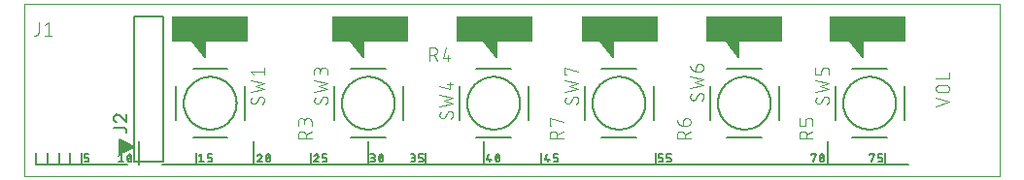
<source format=gto>
G75*
%MOIN*%
%OFA0B0*%
%FSLAX25Y25*%
%IPPOS*%
%LPD*%
%AMOC8*
5,1,8,0,0,1.08239X$1,22.5*
%
%ADD10C,0.00000*%
%ADD11C,0.00600*%
%ADD12R,0.26000X0.09000*%
%ADD13C,0.00400*%
%ADD14C,0.00500*%
D10*
X0002265Y0032362D02*
X0002265Y0091417D01*
X0336910Y0091417D01*
X0336910Y0032362D01*
X0002265Y0032362D01*
D11*
X0006202Y0036299D02*
X0006202Y0040236D01*
X0010139Y0040236D02*
X0010139Y0036299D01*
X0014076Y0036299D01*
X0014076Y0040236D01*
X0018013Y0040236D02*
X0018013Y0036299D01*
X0021950Y0036299D01*
X0021950Y0040236D01*
X0022914Y0039765D02*
X0024358Y0039765D01*
X0022914Y0039765D02*
X0022914Y0038610D01*
X0023781Y0038610D01*
X0023826Y0038608D01*
X0023871Y0038603D01*
X0023916Y0038594D01*
X0023960Y0038582D01*
X0024002Y0038566D01*
X0024043Y0038547D01*
X0024083Y0038525D01*
X0024121Y0038500D01*
X0024156Y0038472D01*
X0024190Y0038441D01*
X0024221Y0038407D01*
X0024249Y0038372D01*
X0024274Y0038334D01*
X0024296Y0038294D01*
X0024315Y0038253D01*
X0024331Y0038211D01*
X0024343Y0038167D01*
X0024352Y0038122D01*
X0024357Y0038077D01*
X0024359Y0038032D01*
X0024358Y0038032D02*
X0024358Y0037743D01*
X0024359Y0037743D02*
X0024357Y0037695D01*
X0024351Y0037648D01*
X0024341Y0037601D01*
X0024328Y0037555D01*
X0024310Y0037511D01*
X0024289Y0037468D01*
X0024265Y0037427D01*
X0024237Y0037388D01*
X0024206Y0037352D01*
X0024172Y0037318D01*
X0024136Y0037287D01*
X0024097Y0037259D01*
X0024056Y0037235D01*
X0024013Y0037214D01*
X0023969Y0037196D01*
X0023923Y0037183D01*
X0023876Y0037173D01*
X0023829Y0037167D01*
X0023781Y0037165D01*
X0022914Y0037165D01*
X0021950Y0036299D02*
X0037698Y0036299D01*
X0037749Y0037743D02*
X0038905Y0039187D01*
X0038832Y0039404D02*
X0038816Y0039445D01*
X0038797Y0039485D01*
X0038774Y0039523D01*
X0038749Y0039559D01*
X0038720Y0039593D01*
X0038689Y0039624D01*
X0038655Y0039652D01*
X0038619Y0039678D01*
X0038581Y0039701D01*
X0038542Y0039720D01*
X0038500Y0039736D01*
X0038458Y0039749D01*
X0038415Y0039758D01*
X0038371Y0039763D01*
X0038327Y0039765D01*
X0038283Y0039763D01*
X0038239Y0039758D01*
X0038196Y0039749D01*
X0038154Y0039736D01*
X0038112Y0039720D01*
X0038073Y0039701D01*
X0038035Y0039678D01*
X0037999Y0039652D01*
X0037965Y0039624D01*
X0037934Y0039593D01*
X0037906Y0039559D01*
X0037880Y0039523D01*
X0037857Y0039485D01*
X0037838Y0039445D01*
X0037822Y0039404D01*
X0038833Y0039404D02*
X0038870Y0039324D01*
X0038904Y0039242D01*
X0038934Y0039159D01*
X0038961Y0039075D01*
X0038985Y0038990D01*
X0039005Y0038904D01*
X0039021Y0038817D01*
X0039034Y0038729D01*
X0039043Y0038642D01*
X0039048Y0038553D01*
X0039050Y0038465D01*
X0037605Y0038465D02*
X0037607Y0038553D01*
X0037612Y0038642D01*
X0037621Y0038729D01*
X0037634Y0038817D01*
X0037650Y0038904D01*
X0037670Y0038990D01*
X0037694Y0039075D01*
X0037721Y0039159D01*
X0037751Y0039242D01*
X0037785Y0039324D01*
X0037822Y0039404D01*
X0039050Y0038465D02*
X0039048Y0038377D01*
X0039043Y0038288D01*
X0039034Y0038201D01*
X0039021Y0038113D01*
X0039005Y0038026D01*
X0038985Y0037940D01*
X0038961Y0037855D01*
X0038934Y0037771D01*
X0038904Y0037688D01*
X0038870Y0037606D01*
X0038833Y0037526D01*
X0038832Y0037527D02*
X0038816Y0037486D01*
X0038797Y0037446D01*
X0038774Y0037408D01*
X0038749Y0037372D01*
X0038720Y0037338D01*
X0038689Y0037307D01*
X0038655Y0037279D01*
X0038619Y0037253D01*
X0038581Y0037230D01*
X0038542Y0037211D01*
X0038500Y0037195D01*
X0038458Y0037182D01*
X0038415Y0037173D01*
X0038371Y0037168D01*
X0038327Y0037166D01*
X0038283Y0037168D01*
X0038239Y0037173D01*
X0038196Y0037182D01*
X0038154Y0037195D01*
X0038112Y0037211D01*
X0038073Y0037230D01*
X0038035Y0037253D01*
X0037999Y0037279D01*
X0037965Y0037307D01*
X0037934Y0037338D01*
X0037906Y0037372D01*
X0037880Y0037408D01*
X0037857Y0037446D01*
X0037838Y0037486D01*
X0037822Y0037527D01*
X0036169Y0037165D02*
X0034725Y0037165D01*
X0035447Y0037165D02*
X0035447Y0039765D01*
X0034725Y0039187D01*
X0037605Y0038465D02*
X0037607Y0038377D01*
X0037612Y0038288D01*
X0037621Y0038201D01*
X0037634Y0038113D01*
X0037650Y0038026D01*
X0037670Y0037940D01*
X0037694Y0037855D01*
X0037721Y0037771D01*
X0037751Y0037688D01*
X0037785Y0037606D01*
X0037822Y0037526D01*
X0041635Y0036299D02*
X0041635Y0044173D01*
X0061320Y0040236D02*
X0061320Y0036299D01*
X0081005Y0036299D01*
X0081005Y0044173D01*
X0066613Y0039770D02*
X0065169Y0039770D01*
X0065169Y0038614D01*
X0066036Y0038614D01*
X0066036Y0038615D02*
X0066081Y0038613D01*
X0066126Y0038608D01*
X0066171Y0038599D01*
X0066215Y0038587D01*
X0066257Y0038571D01*
X0066298Y0038552D01*
X0066338Y0038530D01*
X0066376Y0038505D01*
X0066411Y0038477D01*
X0066445Y0038446D01*
X0066476Y0038412D01*
X0066504Y0038377D01*
X0066529Y0038339D01*
X0066551Y0038299D01*
X0066570Y0038258D01*
X0066586Y0038216D01*
X0066598Y0038172D01*
X0066607Y0038127D01*
X0066612Y0038082D01*
X0066614Y0038037D01*
X0066613Y0038037D02*
X0066613Y0037748D01*
X0066614Y0037748D02*
X0066612Y0037700D01*
X0066606Y0037653D01*
X0066596Y0037606D01*
X0066583Y0037560D01*
X0066565Y0037516D01*
X0066544Y0037473D01*
X0066520Y0037432D01*
X0066492Y0037393D01*
X0066461Y0037357D01*
X0066427Y0037323D01*
X0066391Y0037292D01*
X0066352Y0037264D01*
X0066311Y0037240D01*
X0066268Y0037219D01*
X0066224Y0037201D01*
X0066178Y0037188D01*
X0066131Y0037178D01*
X0066084Y0037172D01*
X0066036Y0037170D01*
X0065169Y0037170D01*
X0063733Y0037170D02*
X0062289Y0037170D01*
X0063011Y0037170D02*
X0063011Y0039770D01*
X0062289Y0039192D01*
X0061320Y0036299D02*
X0049509Y0036299D01*
X0018013Y0036299D02*
X0014076Y0036299D01*
X0010139Y0036299D02*
X0006202Y0036299D01*
X0081005Y0036299D02*
X0100690Y0036299D01*
X0100690Y0040236D01*
X0103108Y0039125D02*
X0103106Y0039074D01*
X0103100Y0039023D01*
X0103091Y0038972D01*
X0103078Y0038922D01*
X0103061Y0038874D01*
X0103041Y0038827D01*
X0103017Y0038781D01*
X0102990Y0038737D01*
X0102960Y0038696D01*
X0102927Y0038656D01*
X0102891Y0038620D01*
X0102892Y0038619D02*
X0101664Y0037175D01*
X0103108Y0037175D01*
X0104544Y0037175D02*
X0105411Y0037175D01*
X0105459Y0037177D01*
X0105506Y0037183D01*
X0105553Y0037193D01*
X0105599Y0037206D01*
X0105643Y0037224D01*
X0105686Y0037245D01*
X0105727Y0037269D01*
X0105766Y0037297D01*
X0105802Y0037328D01*
X0105836Y0037362D01*
X0105867Y0037398D01*
X0105895Y0037437D01*
X0105919Y0037478D01*
X0105940Y0037521D01*
X0105958Y0037565D01*
X0105971Y0037611D01*
X0105981Y0037658D01*
X0105987Y0037705D01*
X0105989Y0037753D01*
X0105988Y0037753D02*
X0105988Y0038042D01*
X0105989Y0038042D02*
X0105987Y0038087D01*
X0105982Y0038132D01*
X0105973Y0038177D01*
X0105961Y0038221D01*
X0105945Y0038263D01*
X0105926Y0038304D01*
X0105904Y0038344D01*
X0105879Y0038382D01*
X0105851Y0038417D01*
X0105820Y0038451D01*
X0105786Y0038482D01*
X0105751Y0038510D01*
X0105713Y0038535D01*
X0105673Y0038557D01*
X0105632Y0038576D01*
X0105590Y0038592D01*
X0105546Y0038604D01*
X0105501Y0038613D01*
X0105456Y0038618D01*
X0105411Y0038620D01*
X0105411Y0038619D02*
X0104544Y0038619D01*
X0104544Y0039775D01*
X0105988Y0039775D01*
X0103108Y0039125D02*
X0103106Y0039174D01*
X0103101Y0039222D01*
X0103092Y0039270D01*
X0103079Y0039317D01*
X0103063Y0039362D01*
X0103044Y0039407D01*
X0103021Y0039450D01*
X0102995Y0039491D01*
X0102966Y0039530D01*
X0102934Y0039567D01*
X0102900Y0039601D01*
X0102863Y0039633D01*
X0102824Y0039662D01*
X0102783Y0039688D01*
X0102740Y0039711D01*
X0102695Y0039730D01*
X0102650Y0039746D01*
X0102603Y0039759D01*
X0102555Y0039768D01*
X0102507Y0039773D01*
X0102458Y0039775D01*
X0102403Y0039773D01*
X0102348Y0039768D01*
X0102293Y0039759D01*
X0102240Y0039746D01*
X0102187Y0039730D01*
X0102135Y0039710D01*
X0102085Y0039687D01*
X0102036Y0039661D01*
X0101989Y0039631D01*
X0101945Y0039599D01*
X0101902Y0039563D01*
X0101862Y0039525D01*
X0101825Y0039484D01*
X0101790Y0039441D01*
X0101759Y0039396D01*
X0101730Y0039349D01*
X0101705Y0039300D01*
X0101682Y0039249D01*
X0101664Y0039197D01*
X0100690Y0036299D02*
X0120375Y0036299D01*
X0120375Y0044173D01*
X0121039Y0039780D02*
X0121906Y0039780D01*
X0121953Y0039778D01*
X0121999Y0039773D01*
X0122044Y0039763D01*
X0122089Y0039750D01*
X0122133Y0039734D01*
X0122175Y0039714D01*
X0122215Y0039691D01*
X0122253Y0039664D01*
X0122289Y0039635D01*
X0122323Y0039602D01*
X0122354Y0039568D01*
X0122382Y0039530D01*
X0122407Y0039491D01*
X0122428Y0039450D01*
X0122446Y0039407D01*
X0122461Y0039363D01*
X0122472Y0039318D01*
X0122480Y0039272D01*
X0122484Y0039225D01*
X0122484Y0039179D01*
X0122480Y0039132D01*
X0122472Y0039086D01*
X0122461Y0039041D01*
X0122446Y0038997D01*
X0122428Y0038954D01*
X0122407Y0038913D01*
X0122382Y0038874D01*
X0122354Y0038836D01*
X0122323Y0038802D01*
X0122289Y0038769D01*
X0122253Y0038740D01*
X0122215Y0038713D01*
X0122175Y0038690D01*
X0122133Y0038670D01*
X0122089Y0038654D01*
X0122044Y0038641D01*
X0121999Y0038631D01*
X0121953Y0038626D01*
X0121906Y0038624D01*
X0121328Y0038624D01*
X0121761Y0038624D02*
X0121814Y0038622D01*
X0121866Y0038616D01*
X0121918Y0038607D01*
X0121969Y0038593D01*
X0122019Y0038576D01*
X0122067Y0038556D01*
X0122114Y0038532D01*
X0122159Y0038504D01*
X0122202Y0038473D01*
X0122243Y0038440D01*
X0122281Y0038403D01*
X0122316Y0038364D01*
X0122348Y0038322D01*
X0122377Y0038278D01*
X0122403Y0038232D01*
X0122425Y0038184D01*
X0122444Y0038135D01*
X0122460Y0038085D01*
X0122471Y0038033D01*
X0122479Y0037981D01*
X0122483Y0037928D01*
X0122483Y0037876D01*
X0122479Y0037823D01*
X0122471Y0037771D01*
X0122460Y0037719D01*
X0122444Y0037669D01*
X0122425Y0037620D01*
X0122403Y0037572D01*
X0122377Y0037526D01*
X0122348Y0037482D01*
X0122316Y0037440D01*
X0122281Y0037401D01*
X0122243Y0037364D01*
X0122202Y0037331D01*
X0122159Y0037300D01*
X0122114Y0037272D01*
X0122067Y0037248D01*
X0122019Y0037228D01*
X0121969Y0037211D01*
X0121918Y0037197D01*
X0121866Y0037188D01*
X0121814Y0037182D01*
X0121761Y0037180D01*
X0121039Y0037180D01*
X0120375Y0036299D02*
X0140060Y0036299D01*
X0140060Y0040236D01*
X0139113Y0039780D02*
X0137669Y0039780D01*
X0137669Y0038624D01*
X0138536Y0038624D01*
X0138536Y0038625D02*
X0138581Y0038623D01*
X0138626Y0038618D01*
X0138671Y0038609D01*
X0138715Y0038597D01*
X0138757Y0038581D01*
X0138798Y0038562D01*
X0138838Y0038540D01*
X0138876Y0038515D01*
X0138911Y0038487D01*
X0138945Y0038456D01*
X0138976Y0038422D01*
X0139004Y0038387D01*
X0139029Y0038349D01*
X0139051Y0038309D01*
X0139070Y0038268D01*
X0139086Y0038226D01*
X0139098Y0038182D01*
X0139107Y0038137D01*
X0139112Y0038092D01*
X0139114Y0038047D01*
X0139113Y0038047D02*
X0139113Y0037758D01*
X0139114Y0037758D02*
X0139112Y0037710D01*
X0139106Y0037663D01*
X0139096Y0037616D01*
X0139083Y0037570D01*
X0139065Y0037526D01*
X0139044Y0037483D01*
X0139020Y0037442D01*
X0138992Y0037403D01*
X0138961Y0037367D01*
X0138927Y0037333D01*
X0138891Y0037302D01*
X0138852Y0037274D01*
X0138811Y0037250D01*
X0138768Y0037229D01*
X0138724Y0037211D01*
X0138678Y0037198D01*
X0138631Y0037188D01*
X0138584Y0037182D01*
X0138536Y0037180D01*
X0137669Y0037180D01*
X0135511Y0037180D02*
X0134789Y0037180D01*
X0135511Y0037180D02*
X0135564Y0037182D01*
X0135616Y0037188D01*
X0135668Y0037197D01*
X0135719Y0037211D01*
X0135769Y0037228D01*
X0135817Y0037248D01*
X0135864Y0037272D01*
X0135909Y0037300D01*
X0135952Y0037331D01*
X0135993Y0037364D01*
X0136031Y0037401D01*
X0136066Y0037440D01*
X0136098Y0037482D01*
X0136127Y0037526D01*
X0136153Y0037572D01*
X0136175Y0037620D01*
X0136194Y0037669D01*
X0136210Y0037719D01*
X0136221Y0037771D01*
X0136229Y0037823D01*
X0136233Y0037876D01*
X0136233Y0037928D01*
X0136229Y0037981D01*
X0136221Y0038033D01*
X0136210Y0038085D01*
X0136194Y0038135D01*
X0136175Y0038184D01*
X0136153Y0038232D01*
X0136127Y0038278D01*
X0136098Y0038322D01*
X0136066Y0038364D01*
X0136031Y0038403D01*
X0135993Y0038440D01*
X0135952Y0038473D01*
X0135909Y0038504D01*
X0135864Y0038532D01*
X0135817Y0038556D01*
X0135769Y0038576D01*
X0135719Y0038593D01*
X0135668Y0038607D01*
X0135616Y0038616D01*
X0135564Y0038622D01*
X0135511Y0038624D01*
X0135656Y0038624D02*
X0135078Y0038624D01*
X0135656Y0038624D02*
X0135703Y0038626D01*
X0135749Y0038631D01*
X0135794Y0038641D01*
X0135839Y0038654D01*
X0135883Y0038670D01*
X0135925Y0038690D01*
X0135965Y0038713D01*
X0136003Y0038740D01*
X0136039Y0038769D01*
X0136073Y0038802D01*
X0136104Y0038836D01*
X0136132Y0038874D01*
X0136157Y0038913D01*
X0136178Y0038954D01*
X0136196Y0038997D01*
X0136211Y0039041D01*
X0136222Y0039086D01*
X0136230Y0039132D01*
X0136234Y0039179D01*
X0136234Y0039225D01*
X0136230Y0039272D01*
X0136222Y0039318D01*
X0136211Y0039363D01*
X0136196Y0039407D01*
X0136178Y0039450D01*
X0136157Y0039491D01*
X0136132Y0039530D01*
X0136104Y0039568D01*
X0136073Y0039602D01*
X0136039Y0039635D01*
X0136003Y0039664D01*
X0135965Y0039691D01*
X0135925Y0039714D01*
X0135883Y0039734D01*
X0135839Y0039750D01*
X0135794Y0039763D01*
X0135749Y0039773D01*
X0135703Y0039778D01*
X0135656Y0039780D01*
X0134789Y0039780D01*
X0124136Y0037541D02*
X0124099Y0037621D01*
X0124065Y0037703D01*
X0124035Y0037786D01*
X0124008Y0037870D01*
X0123984Y0037955D01*
X0123964Y0038041D01*
X0123948Y0038128D01*
X0123935Y0038216D01*
X0123926Y0038303D01*
X0123921Y0038392D01*
X0123919Y0038480D01*
X0125364Y0038480D02*
X0125362Y0038568D01*
X0125357Y0038657D01*
X0125348Y0038744D01*
X0125335Y0038832D01*
X0125319Y0038919D01*
X0125299Y0039005D01*
X0125275Y0039090D01*
X0125248Y0039174D01*
X0125218Y0039257D01*
X0125184Y0039339D01*
X0125147Y0039419D01*
X0125219Y0039202D02*
X0124063Y0037758D01*
X0124136Y0037541D02*
X0124152Y0037500D01*
X0124171Y0037460D01*
X0124194Y0037422D01*
X0124220Y0037386D01*
X0124248Y0037352D01*
X0124279Y0037321D01*
X0124313Y0037293D01*
X0124349Y0037267D01*
X0124387Y0037244D01*
X0124426Y0037225D01*
X0124468Y0037209D01*
X0124510Y0037196D01*
X0124553Y0037187D01*
X0124597Y0037182D01*
X0124641Y0037180D01*
X0124685Y0037182D01*
X0124729Y0037187D01*
X0124772Y0037196D01*
X0124814Y0037209D01*
X0124856Y0037225D01*
X0124895Y0037244D01*
X0124933Y0037267D01*
X0124969Y0037293D01*
X0125003Y0037321D01*
X0125034Y0037352D01*
X0125063Y0037386D01*
X0125088Y0037422D01*
X0125111Y0037460D01*
X0125130Y0037500D01*
X0125146Y0037541D01*
X0123919Y0038480D02*
X0123921Y0038568D01*
X0123926Y0038657D01*
X0123935Y0038744D01*
X0123948Y0038832D01*
X0123964Y0038919D01*
X0123984Y0039005D01*
X0124008Y0039090D01*
X0124035Y0039174D01*
X0124065Y0039257D01*
X0124099Y0039339D01*
X0124136Y0039419D01*
X0124641Y0039779D02*
X0124685Y0039777D01*
X0124729Y0039772D01*
X0124772Y0039763D01*
X0124814Y0039750D01*
X0124856Y0039734D01*
X0124895Y0039715D01*
X0124933Y0039692D01*
X0124969Y0039666D01*
X0125003Y0039638D01*
X0125034Y0039607D01*
X0125063Y0039573D01*
X0125088Y0039537D01*
X0125111Y0039499D01*
X0125130Y0039459D01*
X0125146Y0039418D01*
X0124641Y0039779D02*
X0124597Y0039777D01*
X0124553Y0039772D01*
X0124510Y0039763D01*
X0124468Y0039750D01*
X0124426Y0039734D01*
X0124387Y0039715D01*
X0124349Y0039692D01*
X0124313Y0039666D01*
X0124279Y0039638D01*
X0124248Y0039607D01*
X0124220Y0039573D01*
X0124194Y0039537D01*
X0124171Y0039499D01*
X0124152Y0039459D01*
X0124136Y0039418D01*
X0125364Y0038480D02*
X0125362Y0038392D01*
X0125357Y0038303D01*
X0125348Y0038216D01*
X0125335Y0038128D01*
X0125319Y0038041D01*
X0125299Y0037955D01*
X0125275Y0037870D01*
X0125248Y0037786D01*
X0125218Y0037703D01*
X0125184Y0037621D01*
X0125147Y0037541D01*
X0140060Y0036299D02*
X0159745Y0036299D01*
X0159745Y0044173D01*
X0161617Y0039780D02*
X0161039Y0037758D01*
X0162483Y0037758D01*
X0162050Y0038335D02*
X0162050Y0037180D01*
X0165147Y0037541D02*
X0165184Y0037621D01*
X0165218Y0037703D01*
X0165248Y0037786D01*
X0165275Y0037870D01*
X0165299Y0037955D01*
X0165319Y0038041D01*
X0165335Y0038128D01*
X0165348Y0038216D01*
X0165357Y0038303D01*
X0165362Y0038392D01*
X0165364Y0038480D01*
X0163919Y0038480D02*
X0163921Y0038568D01*
X0163926Y0038657D01*
X0163935Y0038744D01*
X0163948Y0038832D01*
X0163964Y0038919D01*
X0163984Y0039005D01*
X0164008Y0039090D01*
X0164035Y0039174D01*
X0164065Y0039257D01*
X0164099Y0039339D01*
X0164136Y0039419D01*
X0164641Y0039779D02*
X0164685Y0039777D01*
X0164729Y0039772D01*
X0164772Y0039763D01*
X0164814Y0039750D01*
X0164856Y0039734D01*
X0164895Y0039715D01*
X0164933Y0039692D01*
X0164969Y0039666D01*
X0165003Y0039638D01*
X0165034Y0039607D01*
X0165063Y0039573D01*
X0165088Y0039537D01*
X0165111Y0039499D01*
X0165130Y0039459D01*
X0165146Y0039418D01*
X0165219Y0039202D02*
X0164063Y0037758D01*
X0164136Y0037541D02*
X0164152Y0037500D01*
X0164171Y0037460D01*
X0164194Y0037422D01*
X0164220Y0037386D01*
X0164248Y0037352D01*
X0164279Y0037321D01*
X0164313Y0037293D01*
X0164349Y0037267D01*
X0164387Y0037244D01*
X0164426Y0037225D01*
X0164468Y0037209D01*
X0164510Y0037196D01*
X0164553Y0037187D01*
X0164597Y0037182D01*
X0164641Y0037180D01*
X0164685Y0037182D01*
X0164729Y0037187D01*
X0164772Y0037196D01*
X0164814Y0037209D01*
X0164856Y0037225D01*
X0164895Y0037244D01*
X0164933Y0037267D01*
X0164969Y0037293D01*
X0165003Y0037321D01*
X0165034Y0037352D01*
X0165063Y0037386D01*
X0165088Y0037422D01*
X0165111Y0037460D01*
X0165130Y0037500D01*
X0165146Y0037541D01*
X0164136Y0037541D02*
X0164099Y0037621D01*
X0164065Y0037703D01*
X0164035Y0037786D01*
X0164008Y0037870D01*
X0163984Y0037955D01*
X0163964Y0038041D01*
X0163948Y0038128D01*
X0163935Y0038216D01*
X0163926Y0038303D01*
X0163921Y0038392D01*
X0163919Y0038480D01*
X0165364Y0038480D02*
X0165362Y0038568D01*
X0165357Y0038657D01*
X0165348Y0038744D01*
X0165335Y0038832D01*
X0165319Y0038919D01*
X0165299Y0039005D01*
X0165275Y0039090D01*
X0165248Y0039174D01*
X0165218Y0039257D01*
X0165184Y0039339D01*
X0165147Y0039419D01*
X0164641Y0039779D02*
X0164597Y0039777D01*
X0164553Y0039772D01*
X0164510Y0039763D01*
X0164468Y0039750D01*
X0164426Y0039734D01*
X0164387Y0039715D01*
X0164349Y0039692D01*
X0164313Y0039666D01*
X0164279Y0039638D01*
X0164248Y0039607D01*
X0164220Y0039573D01*
X0164194Y0039537D01*
X0164171Y0039499D01*
X0164152Y0039459D01*
X0164136Y0039418D01*
X0159745Y0036299D02*
X0179430Y0036299D01*
X0179430Y0040236D01*
X0181617Y0039780D02*
X0181039Y0037758D01*
X0182483Y0037758D01*
X0182050Y0038335D02*
X0182050Y0037180D01*
X0183919Y0037180D02*
X0184786Y0037180D01*
X0184834Y0037182D01*
X0184881Y0037188D01*
X0184928Y0037198D01*
X0184974Y0037211D01*
X0185018Y0037229D01*
X0185061Y0037250D01*
X0185102Y0037274D01*
X0185141Y0037302D01*
X0185177Y0037333D01*
X0185211Y0037367D01*
X0185242Y0037403D01*
X0185270Y0037442D01*
X0185294Y0037483D01*
X0185315Y0037526D01*
X0185333Y0037570D01*
X0185346Y0037616D01*
X0185356Y0037663D01*
X0185362Y0037710D01*
X0185364Y0037758D01*
X0185363Y0037758D02*
X0185363Y0038047D01*
X0185364Y0038047D02*
X0185362Y0038092D01*
X0185357Y0038137D01*
X0185348Y0038182D01*
X0185336Y0038226D01*
X0185320Y0038268D01*
X0185301Y0038309D01*
X0185279Y0038349D01*
X0185254Y0038387D01*
X0185226Y0038422D01*
X0185195Y0038456D01*
X0185161Y0038487D01*
X0185126Y0038515D01*
X0185088Y0038540D01*
X0185048Y0038562D01*
X0185007Y0038581D01*
X0184965Y0038597D01*
X0184921Y0038609D01*
X0184876Y0038618D01*
X0184831Y0038623D01*
X0184786Y0038625D01*
X0184786Y0038624D02*
X0183919Y0038624D01*
X0183919Y0039780D01*
X0185363Y0039780D01*
X0179430Y0036299D02*
X0218800Y0036299D01*
X0218800Y0040236D01*
X0219789Y0039780D02*
X0221233Y0039780D01*
X0222669Y0039780D02*
X0224113Y0039780D01*
X0222669Y0039780D02*
X0222669Y0038624D01*
X0223536Y0038624D01*
X0223536Y0038625D02*
X0223581Y0038623D01*
X0223626Y0038618D01*
X0223671Y0038609D01*
X0223715Y0038597D01*
X0223757Y0038581D01*
X0223798Y0038562D01*
X0223838Y0038540D01*
X0223876Y0038515D01*
X0223911Y0038487D01*
X0223945Y0038456D01*
X0223976Y0038422D01*
X0224004Y0038387D01*
X0224029Y0038349D01*
X0224051Y0038309D01*
X0224070Y0038268D01*
X0224086Y0038226D01*
X0224098Y0038182D01*
X0224107Y0038137D01*
X0224112Y0038092D01*
X0224114Y0038047D01*
X0224113Y0038047D02*
X0224113Y0037758D01*
X0224114Y0037758D02*
X0224112Y0037710D01*
X0224106Y0037663D01*
X0224096Y0037616D01*
X0224083Y0037570D01*
X0224065Y0037526D01*
X0224044Y0037483D01*
X0224020Y0037442D01*
X0223992Y0037403D01*
X0223961Y0037367D01*
X0223927Y0037333D01*
X0223891Y0037302D01*
X0223852Y0037274D01*
X0223811Y0037250D01*
X0223768Y0037229D01*
X0223724Y0037211D01*
X0223678Y0037198D01*
X0223631Y0037188D01*
X0223584Y0037182D01*
X0223536Y0037180D01*
X0222669Y0037180D01*
X0221233Y0037758D02*
X0221233Y0038047D01*
X0221234Y0038047D02*
X0221232Y0038092D01*
X0221227Y0038137D01*
X0221218Y0038182D01*
X0221206Y0038226D01*
X0221190Y0038268D01*
X0221171Y0038309D01*
X0221149Y0038349D01*
X0221124Y0038387D01*
X0221096Y0038422D01*
X0221065Y0038456D01*
X0221031Y0038487D01*
X0220996Y0038515D01*
X0220958Y0038540D01*
X0220918Y0038562D01*
X0220877Y0038581D01*
X0220835Y0038597D01*
X0220791Y0038609D01*
X0220746Y0038618D01*
X0220701Y0038623D01*
X0220656Y0038625D01*
X0220656Y0038624D02*
X0219789Y0038624D01*
X0219789Y0039780D01*
X0221234Y0037758D02*
X0221232Y0037710D01*
X0221226Y0037663D01*
X0221216Y0037616D01*
X0221203Y0037570D01*
X0221185Y0037526D01*
X0221164Y0037483D01*
X0221140Y0037442D01*
X0221112Y0037403D01*
X0221081Y0037367D01*
X0221047Y0037333D01*
X0221011Y0037302D01*
X0220972Y0037274D01*
X0220931Y0037250D01*
X0220888Y0037229D01*
X0220844Y0037211D01*
X0220798Y0037198D01*
X0220751Y0037188D01*
X0220704Y0037182D01*
X0220656Y0037180D01*
X0219789Y0037180D01*
X0218800Y0036299D02*
X0277855Y0036299D01*
X0277855Y0044173D01*
X0273733Y0039780D02*
X0273011Y0037180D01*
X0276397Y0037541D02*
X0276434Y0037621D01*
X0276468Y0037703D01*
X0276498Y0037786D01*
X0276525Y0037870D01*
X0276549Y0037955D01*
X0276569Y0038041D01*
X0276585Y0038128D01*
X0276598Y0038216D01*
X0276607Y0038303D01*
X0276612Y0038392D01*
X0276614Y0038480D01*
X0275169Y0038480D02*
X0275171Y0038568D01*
X0275176Y0038657D01*
X0275185Y0038744D01*
X0275198Y0038832D01*
X0275214Y0038919D01*
X0275234Y0039005D01*
X0275258Y0039090D01*
X0275285Y0039174D01*
X0275315Y0039257D01*
X0275349Y0039339D01*
X0275386Y0039419D01*
X0275891Y0039779D02*
X0275935Y0039777D01*
X0275979Y0039772D01*
X0276022Y0039763D01*
X0276064Y0039750D01*
X0276106Y0039734D01*
X0276145Y0039715D01*
X0276183Y0039692D01*
X0276219Y0039666D01*
X0276253Y0039638D01*
X0276284Y0039607D01*
X0276313Y0039573D01*
X0276338Y0039537D01*
X0276361Y0039499D01*
X0276380Y0039459D01*
X0276396Y0039418D01*
X0276469Y0039202D02*
X0275313Y0037758D01*
X0275386Y0037541D02*
X0275402Y0037500D01*
X0275421Y0037460D01*
X0275444Y0037422D01*
X0275470Y0037386D01*
X0275498Y0037352D01*
X0275529Y0037321D01*
X0275563Y0037293D01*
X0275599Y0037267D01*
X0275637Y0037244D01*
X0275676Y0037225D01*
X0275718Y0037209D01*
X0275760Y0037196D01*
X0275803Y0037187D01*
X0275847Y0037182D01*
X0275891Y0037180D01*
X0275935Y0037182D01*
X0275979Y0037187D01*
X0276022Y0037196D01*
X0276064Y0037209D01*
X0276106Y0037225D01*
X0276145Y0037244D01*
X0276183Y0037267D01*
X0276219Y0037293D01*
X0276253Y0037321D01*
X0276284Y0037352D01*
X0276313Y0037386D01*
X0276338Y0037422D01*
X0276361Y0037460D01*
X0276380Y0037500D01*
X0276396Y0037541D01*
X0275386Y0037541D02*
X0275349Y0037621D01*
X0275315Y0037703D01*
X0275285Y0037786D01*
X0275258Y0037870D01*
X0275234Y0037955D01*
X0275214Y0038041D01*
X0275198Y0038128D01*
X0275185Y0038216D01*
X0275176Y0038303D01*
X0275171Y0038392D01*
X0275169Y0038480D01*
X0276614Y0038480D02*
X0276612Y0038568D01*
X0276607Y0038657D01*
X0276598Y0038744D01*
X0276585Y0038832D01*
X0276569Y0038919D01*
X0276549Y0039005D01*
X0276525Y0039090D01*
X0276498Y0039174D01*
X0276468Y0039257D01*
X0276434Y0039339D01*
X0276397Y0039419D01*
X0275891Y0039779D02*
X0275847Y0039777D01*
X0275803Y0039772D01*
X0275760Y0039763D01*
X0275718Y0039750D01*
X0275676Y0039734D01*
X0275637Y0039715D01*
X0275599Y0039692D01*
X0275563Y0039666D01*
X0275529Y0039638D01*
X0275498Y0039607D01*
X0275470Y0039573D01*
X0275444Y0039537D01*
X0275421Y0039499D01*
X0275402Y0039459D01*
X0275386Y0039418D01*
X0273733Y0039780D02*
X0272289Y0039780D01*
X0272289Y0039491D01*
X0277855Y0036299D02*
X0297540Y0036299D01*
X0297540Y0040236D01*
X0296613Y0039780D02*
X0295169Y0039780D01*
X0295169Y0038624D01*
X0296036Y0038624D01*
X0296036Y0038625D02*
X0296081Y0038623D01*
X0296126Y0038618D01*
X0296171Y0038609D01*
X0296215Y0038597D01*
X0296257Y0038581D01*
X0296298Y0038562D01*
X0296338Y0038540D01*
X0296376Y0038515D01*
X0296411Y0038487D01*
X0296445Y0038456D01*
X0296476Y0038422D01*
X0296504Y0038387D01*
X0296529Y0038349D01*
X0296551Y0038309D01*
X0296570Y0038268D01*
X0296586Y0038226D01*
X0296598Y0038182D01*
X0296607Y0038137D01*
X0296612Y0038092D01*
X0296614Y0038047D01*
X0296613Y0038047D02*
X0296613Y0037758D01*
X0296614Y0037758D02*
X0296612Y0037710D01*
X0296606Y0037663D01*
X0296596Y0037616D01*
X0296583Y0037570D01*
X0296565Y0037526D01*
X0296544Y0037483D01*
X0296520Y0037442D01*
X0296492Y0037403D01*
X0296461Y0037367D01*
X0296427Y0037333D01*
X0296391Y0037302D01*
X0296352Y0037274D01*
X0296311Y0037250D01*
X0296268Y0037229D01*
X0296224Y0037211D01*
X0296178Y0037198D01*
X0296131Y0037188D01*
X0296084Y0037182D01*
X0296036Y0037180D01*
X0295169Y0037180D01*
X0293011Y0037180D02*
X0293733Y0039780D01*
X0292289Y0039780D01*
X0292289Y0039491D01*
X0297540Y0036299D02*
X0305414Y0036299D01*
X0289885Y0073362D02*
X0289885Y0078612D01*
X0285635Y0078612D01*
X0289885Y0073362D01*
X0289885Y0073659D02*
X0289644Y0073659D01*
X0289885Y0074258D02*
X0289159Y0074258D01*
X0288675Y0074856D02*
X0289885Y0074856D01*
X0289885Y0075455D02*
X0288190Y0075455D01*
X0287706Y0076053D02*
X0289885Y0076053D01*
X0289885Y0076652D02*
X0287221Y0076652D01*
X0286737Y0077250D02*
X0289885Y0077250D01*
X0289885Y0077849D02*
X0286252Y0077849D01*
X0285768Y0078448D02*
X0289885Y0078448D01*
X0247385Y0078448D02*
X0243268Y0078448D01*
X0243135Y0078612D02*
X0247385Y0078612D01*
X0247385Y0073362D01*
X0243135Y0078612D01*
X0243752Y0077849D02*
X0247385Y0077849D01*
X0247385Y0077250D02*
X0244237Y0077250D01*
X0244721Y0076652D02*
X0247385Y0076652D01*
X0247385Y0076053D02*
X0245206Y0076053D01*
X0245690Y0075455D02*
X0247385Y0075455D01*
X0247385Y0074856D02*
X0246175Y0074856D01*
X0246659Y0074258D02*
X0247385Y0074258D01*
X0247385Y0073659D02*
X0247144Y0073659D01*
X0204260Y0073659D02*
X0204019Y0073659D01*
X0204260Y0073362D02*
X0204260Y0078612D01*
X0200010Y0078612D01*
X0204260Y0073362D01*
X0204260Y0074258D02*
X0203534Y0074258D01*
X0203050Y0074856D02*
X0204260Y0074856D01*
X0204260Y0075455D02*
X0202565Y0075455D01*
X0202081Y0076053D02*
X0204260Y0076053D01*
X0204260Y0076652D02*
X0201596Y0076652D01*
X0201112Y0077250D02*
X0204260Y0077250D01*
X0204260Y0077849D02*
X0200627Y0077849D01*
X0200143Y0078448D02*
X0204260Y0078448D01*
X0164260Y0078448D02*
X0160143Y0078448D01*
X0160010Y0078612D02*
X0164260Y0078612D01*
X0164260Y0073362D01*
X0160010Y0078612D01*
X0160627Y0077849D02*
X0164260Y0077849D01*
X0164260Y0077250D02*
X0161112Y0077250D01*
X0161596Y0076652D02*
X0164260Y0076652D01*
X0164260Y0076053D02*
X0162081Y0076053D01*
X0162565Y0075455D02*
X0164260Y0075455D01*
X0164260Y0074856D02*
X0163050Y0074856D01*
X0163534Y0074258D02*
X0164260Y0074258D01*
X0164260Y0073659D02*
X0164019Y0073659D01*
X0118635Y0073659D02*
X0118394Y0073659D01*
X0118635Y0073362D02*
X0118635Y0078612D01*
X0114385Y0078612D01*
X0118635Y0073362D01*
X0118635Y0074258D02*
X0117909Y0074258D01*
X0117425Y0074856D02*
X0118635Y0074856D01*
X0118635Y0075455D02*
X0116940Y0075455D01*
X0116456Y0076053D02*
X0118635Y0076053D01*
X0118635Y0076652D02*
X0115971Y0076652D01*
X0115487Y0077250D02*
X0118635Y0077250D01*
X0118635Y0077849D02*
X0115002Y0077849D01*
X0114518Y0078448D02*
X0118635Y0078448D01*
X0064260Y0078448D02*
X0060143Y0078448D01*
X0060010Y0078612D02*
X0064260Y0078612D01*
X0064260Y0073362D01*
X0060010Y0078612D01*
X0060627Y0077849D02*
X0064260Y0077849D01*
X0064260Y0077250D02*
X0061112Y0077250D01*
X0061596Y0076652D02*
X0064260Y0076652D01*
X0064260Y0076053D02*
X0062081Y0076053D01*
X0062565Y0075455D02*
X0064260Y0075455D01*
X0064260Y0074856D02*
X0063050Y0074856D01*
X0063534Y0074258D02*
X0064260Y0074258D01*
X0064260Y0073659D02*
X0064019Y0073659D01*
X0083733Y0039125D02*
X0083731Y0039074D01*
X0083725Y0039023D01*
X0083716Y0038972D01*
X0083703Y0038922D01*
X0083686Y0038874D01*
X0083666Y0038827D01*
X0083642Y0038781D01*
X0083615Y0038737D01*
X0083585Y0038696D01*
X0083552Y0038656D01*
X0083516Y0038620D01*
X0083517Y0038619D02*
X0082289Y0037175D01*
X0083733Y0037175D01*
X0086397Y0037536D02*
X0086434Y0037616D01*
X0086468Y0037698D01*
X0086498Y0037781D01*
X0086525Y0037865D01*
X0086549Y0037950D01*
X0086569Y0038036D01*
X0086585Y0038123D01*
X0086598Y0038211D01*
X0086607Y0038298D01*
X0086612Y0038387D01*
X0086614Y0038475D01*
X0085169Y0038475D02*
X0085171Y0038563D01*
X0085176Y0038652D01*
X0085185Y0038739D01*
X0085198Y0038827D01*
X0085214Y0038914D01*
X0085234Y0039000D01*
X0085258Y0039085D01*
X0085285Y0039169D01*
X0085315Y0039252D01*
X0085349Y0039334D01*
X0085386Y0039414D01*
X0085891Y0039775D02*
X0085935Y0039773D01*
X0085979Y0039768D01*
X0086022Y0039759D01*
X0086064Y0039746D01*
X0086106Y0039730D01*
X0086145Y0039711D01*
X0086183Y0039688D01*
X0086219Y0039662D01*
X0086253Y0039634D01*
X0086284Y0039603D01*
X0086313Y0039569D01*
X0086338Y0039533D01*
X0086361Y0039495D01*
X0086380Y0039455D01*
X0086396Y0039414D01*
X0086469Y0039197D02*
X0085313Y0037753D01*
X0085891Y0037175D02*
X0085935Y0037177D01*
X0085979Y0037182D01*
X0086022Y0037191D01*
X0086064Y0037204D01*
X0086106Y0037220D01*
X0086145Y0037239D01*
X0086183Y0037262D01*
X0086219Y0037288D01*
X0086253Y0037316D01*
X0086284Y0037347D01*
X0086313Y0037381D01*
X0086338Y0037417D01*
X0086361Y0037455D01*
X0086380Y0037495D01*
X0086396Y0037536D01*
X0085891Y0037175D02*
X0085847Y0037177D01*
X0085803Y0037182D01*
X0085760Y0037191D01*
X0085718Y0037204D01*
X0085676Y0037220D01*
X0085637Y0037239D01*
X0085599Y0037262D01*
X0085563Y0037288D01*
X0085529Y0037316D01*
X0085498Y0037347D01*
X0085470Y0037381D01*
X0085444Y0037417D01*
X0085421Y0037455D01*
X0085402Y0037495D01*
X0085386Y0037536D01*
X0086614Y0038475D02*
X0086612Y0038563D01*
X0086607Y0038652D01*
X0086598Y0038739D01*
X0086585Y0038827D01*
X0086569Y0038914D01*
X0086549Y0039000D01*
X0086525Y0039085D01*
X0086498Y0039169D01*
X0086468Y0039252D01*
X0086434Y0039334D01*
X0086397Y0039414D01*
X0085891Y0039774D02*
X0085847Y0039772D01*
X0085803Y0039767D01*
X0085760Y0039758D01*
X0085718Y0039745D01*
X0085676Y0039729D01*
X0085637Y0039710D01*
X0085599Y0039687D01*
X0085563Y0039661D01*
X0085529Y0039633D01*
X0085498Y0039602D01*
X0085470Y0039568D01*
X0085444Y0039532D01*
X0085421Y0039494D01*
X0085402Y0039454D01*
X0085386Y0039413D01*
X0085169Y0038475D02*
X0085171Y0038387D01*
X0085176Y0038298D01*
X0085185Y0038211D01*
X0085198Y0038123D01*
X0085214Y0038036D01*
X0085234Y0037950D01*
X0085258Y0037865D01*
X0085285Y0037781D01*
X0085315Y0037698D01*
X0085349Y0037616D01*
X0085386Y0037536D01*
X0083083Y0039775D02*
X0083028Y0039773D01*
X0082973Y0039768D01*
X0082918Y0039759D01*
X0082865Y0039746D01*
X0082812Y0039730D01*
X0082760Y0039710D01*
X0082710Y0039687D01*
X0082661Y0039661D01*
X0082614Y0039631D01*
X0082570Y0039599D01*
X0082527Y0039563D01*
X0082487Y0039525D01*
X0082450Y0039484D01*
X0082415Y0039441D01*
X0082384Y0039396D01*
X0082355Y0039349D01*
X0082330Y0039300D01*
X0082307Y0039249D01*
X0082289Y0039197D01*
X0083083Y0039775D02*
X0083132Y0039773D01*
X0083180Y0039768D01*
X0083228Y0039759D01*
X0083275Y0039746D01*
X0083320Y0039730D01*
X0083365Y0039711D01*
X0083408Y0039688D01*
X0083449Y0039662D01*
X0083488Y0039633D01*
X0083525Y0039601D01*
X0083559Y0039567D01*
X0083591Y0039530D01*
X0083620Y0039491D01*
X0083646Y0039450D01*
X0083669Y0039407D01*
X0083688Y0039362D01*
X0083704Y0039317D01*
X0083717Y0039270D01*
X0083726Y0039222D01*
X0083731Y0039174D01*
X0083733Y0039125D01*
D12*
X0066010Y0082862D03*
X0121010Y0082862D03*
X0163510Y0082862D03*
X0206635Y0082862D03*
X0249135Y0082862D03*
X0291635Y0082862D03*
D13*
X0277263Y0069607D02*
X0276752Y0069607D01*
X0276752Y0069606D02*
X0276690Y0069604D01*
X0276629Y0069599D01*
X0276568Y0069589D01*
X0276507Y0069576D01*
X0276448Y0069560D01*
X0276390Y0069540D01*
X0276333Y0069516D01*
X0276277Y0069489D01*
X0276223Y0069459D01*
X0276171Y0069425D01*
X0276122Y0069389D01*
X0276074Y0069349D01*
X0276029Y0069307D01*
X0275987Y0069262D01*
X0275947Y0069214D01*
X0275911Y0069165D01*
X0275877Y0069113D01*
X0275847Y0069059D01*
X0275820Y0069003D01*
X0275796Y0068946D01*
X0275776Y0068888D01*
X0275760Y0068829D01*
X0275747Y0068768D01*
X0275737Y0068707D01*
X0275732Y0068646D01*
X0275730Y0068584D01*
X0275729Y0068584D02*
X0275729Y0067051D01*
X0273685Y0067051D01*
X0273685Y0069607D01*
X0277263Y0069606D02*
X0277325Y0069604D01*
X0277386Y0069599D01*
X0277447Y0069589D01*
X0277508Y0069576D01*
X0277567Y0069560D01*
X0277625Y0069540D01*
X0277682Y0069516D01*
X0277738Y0069489D01*
X0277792Y0069459D01*
X0277844Y0069425D01*
X0277893Y0069389D01*
X0277941Y0069349D01*
X0277986Y0069307D01*
X0278028Y0069262D01*
X0278068Y0069214D01*
X0278104Y0069165D01*
X0278138Y0069113D01*
X0278168Y0069059D01*
X0278195Y0069003D01*
X0278219Y0068946D01*
X0278239Y0068888D01*
X0278255Y0068829D01*
X0278268Y0068768D01*
X0278278Y0068707D01*
X0278283Y0068646D01*
X0278285Y0068584D01*
X0278285Y0067051D01*
X0278285Y0064251D02*
X0273685Y0065273D01*
X0275218Y0063229D02*
X0278285Y0064251D01*
X0278285Y0062207D02*
X0275218Y0063229D01*
X0273685Y0061184D02*
X0278285Y0062207D01*
X0276368Y0059046D02*
X0275602Y0057640D01*
X0273685Y0058151D02*
X0273687Y0058233D01*
X0273692Y0058315D01*
X0273701Y0058397D01*
X0273713Y0058478D01*
X0273729Y0058559D01*
X0273748Y0058639D01*
X0273771Y0058718D01*
X0273797Y0058796D01*
X0273826Y0058873D01*
X0273859Y0058948D01*
X0273895Y0059022D01*
X0273933Y0059095D01*
X0273975Y0059166D01*
X0274020Y0059234D01*
X0274068Y0059301D01*
X0277646Y0057001D02*
X0277709Y0057065D01*
X0277768Y0057133D01*
X0277825Y0057202D01*
X0277879Y0057274D01*
X0277930Y0057348D01*
X0277978Y0057424D01*
X0278022Y0057501D01*
X0278063Y0057581D01*
X0278101Y0057662D01*
X0278136Y0057745D01*
X0278167Y0057829D01*
X0278194Y0057915D01*
X0278218Y0058001D01*
X0278239Y0058089D01*
X0278255Y0058177D01*
X0278268Y0058266D01*
X0278278Y0058355D01*
X0278283Y0058444D01*
X0278285Y0058534D01*
X0278283Y0058596D01*
X0278278Y0058657D01*
X0278268Y0058718D01*
X0278255Y0058779D01*
X0278239Y0058838D01*
X0278219Y0058896D01*
X0278195Y0058953D01*
X0278168Y0059009D01*
X0278138Y0059063D01*
X0278104Y0059115D01*
X0278068Y0059164D01*
X0278028Y0059212D01*
X0277986Y0059257D01*
X0277941Y0059299D01*
X0277893Y0059339D01*
X0277844Y0059375D01*
X0277792Y0059409D01*
X0277738Y0059439D01*
X0277682Y0059466D01*
X0277625Y0059490D01*
X0277567Y0059510D01*
X0277508Y0059526D01*
X0277447Y0059539D01*
X0277386Y0059549D01*
X0277325Y0059554D01*
X0277263Y0059556D01*
X0277200Y0059554D01*
X0277137Y0059548D01*
X0277074Y0059539D01*
X0277012Y0059525D01*
X0276951Y0059508D01*
X0276891Y0059487D01*
X0276833Y0059463D01*
X0276776Y0059435D01*
X0276721Y0059403D01*
X0276668Y0059368D01*
X0276617Y0059330D01*
X0276569Y0059289D01*
X0276523Y0059246D01*
X0276480Y0059199D01*
X0276440Y0059150D01*
X0276403Y0059099D01*
X0276369Y0059045D01*
X0275601Y0057640D02*
X0275567Y0057586D01*
X0275530Y0057535D01*
X0275490Y0057486D01*
X0275447Y0057439D01*
X0275401Y0057396D01*
X0275353Y0057355D01*
X0275302Y0057317D01*
X0275249Y0057282D01*
X0275194Y0057250D01*
X0275137Y0057222D01*
X0275079Y0057198D01*
X0275019Y0057177D01*
X0274958Y0057160D01*
X0274896Y0057146D01*
X0274833Y0057137D01*
X0274770Y0057131D01*
X0274707Y0057129D01*
X0274645Y0057131D01*
X0274584Y0057136D01*
X0274523Y0057146D01*
X0274462Y0057159D01*
X0274403Y0057175D01*
X0274345Y0057195D01*
X0274288Y0057219D01*
X0274232Y0057246D01*
X0274178Y0057276D01*
X0274126Y0057310D01*
X0274077Y0057346D01*
X0274029Y0057386D01*
X0273984Y0057428D01*
X0273942Y0057473D01*
X0273902Y0057521D01*
X0273866Y0057570D01*
X0273832Y0057622D01*
X0273802Y0057676D01*
X0273775Y0057732D01*
X0273751Y0057789D01*
X0273731Y0057847D01*
X0273715Y0057906D01*
X0273702Y0057967D01*
X0273692Y0058028D01*
X0273687Y0058089D01*
X0273685Y0058151D01*
X0271662Y0052162D02*
X0271151Y0052162D01*
X0271089Y0052160D01*
X0271028Y0052155D01*
X0270967Y0052145D01*
X0270906Y0052132D01*
X0270847Y0052116D01*
X0270789Y0052096D01*
X0270732Y0052072D01*
X0270676Y0052045D01*
X0270622Y0052015D01*
X0270570Y0051981D01*
X0270521Y0051945D01*
X0270473Y0051905D01*
X0270428Y0051863D01*
X0270386Y0051818D01*
X0270346Y0051770D01*
X0270310Y0051721D01*
X0270276Y0051669D01*
X0270246Y0051615D01*
X0270219Y0051559D01*
X0270195Y0051502D01*
X0270175Y0051444D01*
X0270159Y0051385D01*
X0270146Y0051324D01*
X0270136Y0051263D01*
X0270131Y0051202D01*
X0270129Y0051140D01*
X0270129Y0049607D01*
X0268085Y0049607D01*
X0268085Y0052162D01*
X0271662Y0052162D02*
X0271724Y0052160D01*
X0271785Y0052155D01*
X0271846Y0052145D01*
X0271907Y0052132D01*
X0271966Y0052116D01*
X0272024Y0052096D01*
X0272081Y0052072D01*
X0272137Y0052045D01*
X0272191Y0052015D01*
X0272243Y0051981D01*
X0272292Y0051945D01*
X0272340Y0051905D01*
X0272385Y0051863D01*
X0272427Y0051818D01*
X0272467Y0051770D01*
X0272503Y0051721D01*
X0272537Y0051669D01*
X0272567Y0051615D01*
X0272594Y0051559D01*
X0272618Y0051502D01*
X0272638Y0051444D01*
X0272654Y0051385D01*
X0272667Y0051324D01*
X0272677Y0051263D01*
X0272682Y0051202D01*
X0272684Y0051140D01*
X0272685Y0051140D02*
X0272685Y0049607D01*
X0272685Y0047691D02*
X0270640Y0046669D01*
X0270640Y0046413D02*
X0270640Y0045136D01*
X0272685Y0045136D02*
X0268085Y0045136D01*
X0268085Y0046413D01*
X0268084Y0046413D02*
X0268086Y0046483D01*
X0268092Y0046554D01*
X0268101Y0046623D01*
X0268115Y0046692D01*
X0268132Y0046761D01*
X0268153Y0046828D01*
X0268178Y0046894D01*
X0268206Y0046958D01*
X0268238Y0047021D01*
X0268273Y0047082D01*
X0268312Y0047141D01*
X0268353Y0047198D01*
X0268398Y0047252D01*
X0268446Y0047304D01*
X0268496Y0047353D01*
X0268550Y0047400D01*
X0268605Y0047443D01*
X0268663Y0047483D01*
X0268723Y0047520D01*
X0268785Y0047553D01*
X0268849Y0047583D01*
X0268914Y0047610D01*
X0268980Y0047633D01*
X0269048Y0047652D01*
X0269117Y0047667D01*
X0269186Y0047679D01*
X0269256Y0047687D01*
X0269327Y0047691D01*
X0269397Y0047691D01*
X0269468Y0047687D01*
X0269538Y0047679D01*
X0269607Y0047667D01*
X0269676Y0047652D01*
X0269744Y0047633D01*
X0269810Y0047610D01*
X0269875Y0047583D01*
X0269939Y0047553D01*
X0270001Y0047520D01*
X0270061Y0047483D01*
X0270119Y0047443D01*
X0270174Y0047400D01*
X0270228Y0047353D01*
X0270278Y0047304D01*
X0270326Y0047252D01*
X0270371Y0047198D01*
X0270412Y0047141D01*
X0270451Y0047082D01*
X0270486Y0047021D01*
X0270518Y0046958D01*
X0270546Y0046894D01*
X0270571Y0046828D01*
X0270592Y0046761D01*
X0270609Y0046692D01*
X0270623Y0046623D01*
X0270632Y0046554D01*
X0270638Y0046483D01*
X0270640Y0046413D01*
X0230815Y0045136D02*
X0226215Y0045136D01*
X0226215Y0046413D01*
X0226214Y0046413D02*
X0226216Y0046483D01*
X0226222Y0046554D01*
X0226231Y0046623D01*
X0226245Y0046692D01*
X0226262Y0046761D01*
X0226283Y0046828D01*
X0226308Y0046894D01*
X0226336Y0046958D01*
X0226368Y0047021D01*
X0226403Y0047082D01*
X0226442Y0047141D01*
X0226483Y0047198D01*
X0226528Y0047252D01*
X0226576Y0047304D01*
X0226626Y0047353D01*
X0226680Y0047400D01*
X0226735Y0047443D01*
X0226793Y0047483D01*
X0226853Y0047520D01*
X0226915Y0047553D01*
X0226979Y0047583D01*
X0227044Y0047610D01*
X0227110Y0047633D01*
X0227178Y0047652D01*
X0227247Y0047667D01*
X0227316Y0047679D01*
X0227386Y0047687D01*
X0227457Y0047691D01*
X0227527Y0047691D01*
X0227598Y0047687D01*
X0227668Y0047679D01*
X0227737Y0047667D01*
X0227806Y0047652D01*
X0227874Y0047633D01*
X0227940Y0047610D01*
X0228005Y0047583D01*
X0228069Y0047553D01*
X0228131Y0047520D01*
X0228191Y0047483D01*
X0228249Y0047443D01*
X0228304Y0047400D01*
X0228358Y0047353D01*
X0228408Y0047304D01*
X0228456Y0047252D01*
X0228501Y0047198D01*
X0228542Y0047141D01*
X0228581Y0047082D01*
X0228616Y0047021D01*
X0228648Y0046958D01*
X0228676Y0046894D01*
X0228701Y0046828D01*
X0228722Y0046761D01*
X0228739Y0046692D01*
X0228753Y0046623D01*
X0228762Y0046554D01*
X0228768Y0046483D01*
X0228770Y0046413D01*
X0228770Y0045136D01*
X0228770Y0046669D02*
X0230815Y0047691D01*
X0229537Y0049607D02*
X0228259Y0049607D01*
X0228259Y0051140D01*
X0228259Y0049607D02*
X0228170Y0049609D01*
X0228081Y0049615D01*
X0227992Y0049624D01*
X0227904Y0049638D01*
X0227817Y0049655D01*
X0227730Y0049677D01*
X0227644Y0049702D01*
X0227560Y0049730D01*
X0227477Y0049763D01*
X0227395Y0049799D01*
X0227315Y0049838D01*
X0227237Y0049881D01*
X0227161Y0049927D01*
X0227087Y0049977D01*
X0227015Y0050029D01*
X0226945Y0050085D01*
X0226878Y0050144D01*
X0226814Y0050206D01*
X0226752Y0050270D01*
X0226693Y0050337D01*
X0226637Y0050407D01*
X0226585Y0050479D01*
X0226535Y0050553D01*
X0226489Y0050629D01*
X0226446Y0050707D01*
X0226407Y0050787D01*
X0226371Y0050869D01*
X0226338Y0050952D01*
X0226310Y0051036D01*
X0226285Y0051122D01*
X0226263Y0051209D01*
X0226246Y0051296D01*
X0226232Y0051384D01*
X0226223Y0051473D01*
X0226217Y0051562D01*
X0226215Y0051651D01*
X0228259Y0051140D02*
X0228261Y0051202D01*
X0228266Y0051263D01*
X0228276Y0051324D01*
X0228289Y0051385D01*
X0228305Y0051444D01*
X0228325Y0051502D01*
X0228349Y0051559D01*
X0228376Y0051615D01*
X0228406Y0051669D01*
X0228440Y0051721D01*
X0228476Y0051770D01*
X0228516Y0051818D01*
X0228558Y0051863D01*
X0228603Y0051905D01*
X0228651Y0051945D01*
X0228700Y0051981D01*
X0228752Y0052015D01*
X0228806Y0052045D01*
X0228862Y0052072D01*
X0228919Y0052096D01*
X0228977Y0052116D01*
X0229036Y0052132D01*
X0229097Y0052145D01*
X0229158Y0052155D01*
X0229219Y0052160D01*
X0229281Y0052162D01*
X0229537Y0052162D01*
X0229607Y0052160D01*
X0229678Y0052154D01*
X0229747Y0052145D01*
X0229816Y0052131D01*
X0229885Y0052114D01*
X0229952Y0052093D01*
X0230018Y0052068D01*
X0230082Y0052040D01*
X0230145Y0052008D01*
X0230206Y0051973D01*
X0230265Y0051934D01*
X0230322Y0051893D01*
X0230376Y0051848D01*
X0230428Y0051800D01*
X0230477Y0051750D01*
X0230524Y0051696D01*
X0230567Y0051641D01*
X0230607Y0051583D01*
X0230644Y0051523D01*
X0230677Y0051461D01*
X0230707Y0051397D01*
X0230734Y0051332D01*
X0230757Y0051266D01*
X0230776Y0051198D01*
X0230791Y0051129D01*
X0230803Y0051060D01*
X0230811Y0050990D01*
X0230815Y0050919D01*
X0230815Y0050849D01*
X0230811Y0050778D01*
X0230803Y0050708D01*
X0230791Y0050639D01*
X0230776Y0050570D01*
X0230757Y0050502D01*
X0230734Y0050436D01*
X0230707Y0050371D01*
X0230677Y0050307D01*
X0230644Y0050245D01*
X0230607Y0050185D01*
X0230567Y0050127D01*
X0230524Y0050072D01*
X0230477Y0050018D01*
X0230428Y0049968D01*
X0230376Y0049920D01*
X0230322Y0049875D01*
X0230265Y0049834D01*
X0230206Y0049795D01*
X0230145Y0049760D01*
X0230082Y0049728D01*
X0230018Y0049700D01*
X0229952Y0049675D01*
X0229885Y0049654D01*
X0229816Y0049637D01*
X0229747Y0049623D01*
X0229678Y0049614D01*
X0229607Y0049608D01*
X0229537Y0049606D01*
X0232602Y0058890D02*
X0233368Y0060296D01*
X0235285Y0059784D02*
X0235283Y0059694D01*
X0235278Y0059605D01*
X0235268Y0059516D01*
X0235255Y0059427D01*
X0235239Y0059339D01*
X0235218Y0059251D01*
X0235194Y0059165D01*
X0235167Y0059079D01*
X0235136Y0058995D01*
X0235101Y0058912D01*
X0235063Y0058831D01*
X0235022Y0058751D01*
X0234978Y0058674D01*
X0234930Y0058598D01*
X0234879Y0058524D01*
X0234825Y0058452D01*
X0234768Y0058383D01*
X0234709Y0058315D01*
X0234646Y0058251D01*
X0233369Y0060295D02*
X0233403Y0060349D01*
X0233440Y0060400D01*
X0233480Y0060449D01*
X0233523Y0060496D01*
X0233569Y0060539D01*
X0233617Y0060580D01*
X0233668Y0060618D01*
X0233721Y0060653D01*
X0233776Y0060685D01*
X0233833Y0060713D01*
X0233891Y0060737D01*
X0233951Y0060758D01*
X0234012Y0060775D01*
X0234074Y0060789D01*
X0234137Y0060798D01*
X0234200Y0060804D01*
X0234263Y0060806D01*
X0234325Y0060804D01*
X0234386Y0060799D01*
X0234447Y0060789D01*
X0234508Y0060776D01*
X0234567Y0060760D01*
X0234625Y0060740D01*
X0234682Y0060716D01*
X0234738Y0060689D01*
X0234792Y0060659D01*
X0234844Y0060625D01*
X0234893Y0060589D01*
X0234941Y0060549D01*
X0234986Y0060507D01*
X0235028Y0060462D01*
X0235068Y0060414D01*
X0235104Y0060365D01*
X0235138Y0060313D01*
X0235168Y0060259D01*
X0235195Y0060203D01*
X0235219Y0060146D01*
X0235239Y0060088D01*
X0235255Y0060029D01*
X0235268Y0059968D01*
X0235278Y0059907D01*
X0235283Y0059846D01*
X0235285Y0059784D01*
X0231068Y0060551D02*
X0231020Y0060484D01*
X0230975Y0060416D01*
X0230933Y0060345D01*
X0230895Y0060272D01*
X0230859Y0060198D01*
X0230826Y0060123D01*
X0230797Y0060046D01*
X0230771Y0059968D01*
X0230748Y0059889D01*
X0230729Y0059809D01*
X0230713Y0059728D01*
X0230701Y0059647D01*
X0230692Y0059565D01*
X0230687Y0059483D01*
X0230685Y0059401D01*
X0230687Y0059339D01*
X0230692Y0059278D01*
X0230702Y0059217D01*
X0230715Y0059156D01*
X0230731Y0059097D01*
X0230751Y0059039D01*
X0230775Y0058982D01*
X0230802Y0058926D01*
X0230832Y0058872D01*
X0230866Y0058820D01*
X0230902Y0058771D01*
X0230942Y0058723D01*
X0230984Y0058678D01*
X0231029Y0058636D01*
X0231077Y0058596D01*
X0231126Y0058560D01*
X0231178Y0058526D01*
X0231232Y0058496D01*
X0231288Y0058469D01*
X0231345Y0058445D01*
X0231403Y0058425D01*
X0231462Y0058409D01*
X0231523Y0058396D01*
X0231584Y0058386D01*
X0231645Y0058381D01*
X0231707Y0058379D01*
X0231770Y0058381D01*
X0231833Y0058387D01*
X0231896Y0058396D01*
X0231958Y0058410D01*
X0232019Y0058427D01*
X0232079Y0058448D01*
X0232137Y0058472D01*
X0232194Y0058500D01*
X0232249Y0058532D01*
X0232302Y0058567D01*
X0232353Y0058605D01*
X0232401Y0058646D01*
X0232447Y0058689D01*
X0232490Y0058736D01*
X0232530Y0058785D01*
X0232567Y0058836D01*
X0232601Y0058890D01*
X0230685Y0062434D02*
X0235285Y0063457D01*
X0232218Y0064479D01*
X0235285Y0065501D01*
X0230685Y0066523D01*
X0232729Y0068301D02*
X0234007Y0068301D01*
X0232729Y0068301D02*
X0232729Y0069834D01*
X0232729Y0068302D02*
X0232640Y0068304D01*
X0232551Y0068310D01*
X0232462Y0068319D01*
X0232374Y0068333D01*
X0232287Y0068350D01*
X0232200Y0068372D01*
X0232114Y0068397D01*
X0232030Y0068425D01*
X0231947Y0068458D01*
X0231865Y0068494D01*
X0231785Y0068533D01*
X0231707Y0068576D01*
X0231631Y0068622D01*
X0231557Y0068672D01*
X0231485Y0068724D01*
X0231415Y0068780D01*
X0231348Y0068839D01*
X0231284Y0068901D01*
X0231222Y0068965D01*
X0231163Y0069032D01*
X0231107Y0069102D01*
X0231055Y0069174D01*
X0231005Y0069248D01*
X0230959Y0069324D01*
X0230916Y0069402D01*
X0230877Y0069482D01*
X0230841Y0069564D01*
X0230808Y0069647D01*
X0230780Y0069731D01*
X0230755Y0069817D01*
X0230733Y0069904D01*
X0230716Y0069991D01*
X0230702Y0070079D01*
X0230693Y0070168D01*
X0230687Y0070257D01*
X0230685Y0070346D01*
X0233752Y0070857D02*
X0234007Y0070857D01*
X0233752Y0070856D02*
X0233690Y0070854D01*
X0233629Y0070849D01*
X0233568Y0070839D01*
X0233507Y0070826D01*
X0233448Y0070810D01*
X0233390Y0070790D01*
X0233333Y0070766D01*
X0233277Y0070739D01*
X0233223Y0070709D01*
X0233171Y0070675D01*
X0233122Y0070639D01*
X0233074Y0070599D01*
X0233029Y0070557D01*
X0232987Y0070512D01*
X0232947Y0070464D01*
X0232911Y0070415D01*
X0232877Y0070363D01*
X0232847Y0070309D01*
X0232820Y0070253D01*
X0232796Y0070196D01*
X0232776Y0070138D01*
X0232760Y0070079D01*
X0232747Y0070018D01*
X0232737Y0069957D01*
X0232732Y0069896D01*
X0232730Y0069834D01*
X0234007Y0070857D02*
X0234077Y0070855D01*
X0234148Y0070849D01*
X0234217Y0070840D01*
X0234286Y0070826D01*
X0234355Y0070809D01*
X0234422Y0070788D01*
X0234488Y0070763D01*
X0234552Y0070735D01*
X0234615Y0070703D01*
X0234676Y0070668D01*
X0234735Y0070629D01*
X0234792Y0070588D01*
X0234846Y0070543D01*
X0234898Y0070495D01*
X0234947Y0070445D01*
X0234994Y0070391D01*
X0235037Y0070336D01*
X0235077Y0070278D01*
X0235114Y0070218D01*
X0235147Y0070156D01*
X0235177Y0070092D01*
X0235204Y0070027D01*
X0235227Y0069961D01*
X0235246Y0069893D01*
X0235261Y0069824D01*
X0235273Y0069755D01*
X0235281Y0069685D01*
X0235285Y0069614D01*
X0235285Y0069544D01*
X0235281Y0069473D01*
X0235273Y0069403D01*
X0235261Y0069334D01*
X0235246Y0069265D01*
X0235227Y0069197D01*
X0235204Y0069131D01*
X0235177Y0069066D01*
X0235147Y0069002D01*
X0235114Y0068940D01*
X0235077Y0068880D01*
X0235037Y0068822D01*
X0234994Y0068767D01*
X0234947Y0068713D01*
X0234898Y0068663D01*
X0234846Y0068615D01*
X0234792Y0068570D01*
X0234735Y0068529D01*
X0234676Y0068490D01*
X0234615Y0068455D01*
X0234552Y0068423D01*
X0234488Y0068395D01*
X0234422Y0068370D01*
X0234355Y0068349D01*
X0234286Y0068332D01*
X0234217Y0068318D01*
X0234148Y0068309D01*
X0234077Y0068303D01*
X0234007Y0068301D01*
X0192285Y0068329D02*
X0187685Y0069607D01*
X0187685Y0067051D01*
X0188196Y0067051D01*
X0187685Y0065273D02*
X0192285Y0064251D01*
X0189218Y0063229D01*
X0192285Y0062207D01*
X0187685Y0061184D01*
X0190368Y0059046D02*
X0189602Y0057640D01*
X0187685Y0058151D02*
X0187687Y0058233D01*
X0187692Y0058315D01*
X0187701Y0058397D01*
X0187713Y0058478D01*
X0187729Y0058559D01*
X0187748Y0058639D01*
X0187771Y0058718D01*
X0187797Y0058796D01*
X0187826Y0058873D01*
X0187859Y0058948D01*
X0187895Y0059022D01*
X0187933Y0059095D01*
X0187975Y0059166D01*
X0188020Y0059234D01*
X0188068Y0059301D01*
X0191646Y0057001D02*
X0191709Y0057065D01*
X0191768Y0057133D01*
X0191825Y0057202D01*
X0191879Y0057274D01*
X0191930Y0057348D01*
X0191978Y0057424D01*
X0192022Y0057501D01*
X0192063Y0057581D01*
X0192101Y0057662D01*
X0192136Y0057745D01*
X0192167Y0057829D01*
X0192194Y0057915D01*
X0192218Y0058001D01*
X0192239Y0058089D01*
X0192255Y0058177D01*
X0192268Y0058266D01*
X0192278Y0058355D01*
X0192283Y0058444D01*
X0192285Y0058534D01*
X0192283Y0058596D01*
X0192278Y0058657D01*
X0192268Y0058718D01*
X0192255Y0058779D01*
X0192239Y0058838D01*
X0192219Y0058896D01*
X0192195Y0058953D01*
X0192168Y0059009D01*
X0192138Y0059063D01*
X0192104Y0059115D01*
X0192068Y0059164D01*
X0192028Y0059212D01*
X0191986Y0059257D01*
X0191941Y0059299D01*
X0191893Y0059339D01*
X0191844Y0059375D01*
X0191792Y0059409D01*
X0191738Y0059439D01*
X0191682Y0059466D01*
X0191625Y0059490D01*
X0191567Y0059510D01*
X0191508Y0059526D01*
X0191447Y0059539D01*
X0191386Y0059549D01*
X0191325Y0059554D01*
X0191263Y0059556D01*
X0191200Y0059554D01*
X0191137Y0059548D01*
X0191074Y0059539D01*
X0191012Y0059525D01*
X0190951Y0059508D01*
X0190891Y0059487D01*
X0190833Y0059463D01*
X0190776Y0059435D01*
X0190721Y0059403D01*
X0190668Y0059368D01*
X0190617Y0059330D01*
X0190569Y0059289D01*
X0190523Y0059246D01*
X0190480Y0059199D01*
X0190440Y0059150D01*
X0190403Y0059099D01*
X0190369Y0059045D01*
X0189601Y0057640D02*
X0189567Y0057586D01*
X0189530Y0057535D01*
X0189490Y0057486D01*
X0189447Y0057439D01*
X0189401Y0057396D01*
X0189353Y0057355D01*
X0189302Y0057317D01*
X0189249Y0057282D01*
X0189194Y0057250D01*
X0189137Y0057222D01*
X0189079Y0057198D01*
X0189019Y0057177D01*
X0188958Y0057160D01*
X0188896Y0057146D01*
X0188833Y0057137D01*
X0188770Y0057131D01*
X0188707Y0057129D01*
X0188645Y0057131D01*
X0188584Y0057136D01*
X0188523Y0057146D01*
X0188462Y0057159D01*
X0188403Y0057175D01*
X0188345Y0057195D01*
X0188288Y0057219D01*
X0188232Y0057246D01*
X0188178Y0057276D01*
X0188126Y0057310D01*
X0188077Y0057346D01*
X0188029Y0057386D01*
X0187984Y0057428D01*
X0187942Y0057473D01*
X0187902Y0057521D01*
X0187866Y0057570D01*
X0187832Y0057622D01*
X0187802Y0057676D01*
X0187775Y0057732D01*
X0187751Y0057789D01*
X0187731Y0057847D01*
X0187715Y0057906D01*
X0187702Y0057967D01*
X0187692Y0058028D01*
X0187687Y0058089D01*
X0187685Y0058151D01*
X0187065Y0050884D02*
X0182465Y0052162D01*
X0182465Y0049607D01*
X0182976Y0049607D01*
X0185020Y0046669D02*
X0187065Y0047691D01*
X0185020Y0046413D02*
X0185020Y0045136D01*
X0187065Y0045136D02*
X0182465Y0045136D01*
X0182465Y0046413D01*
X0182464Y0046413D02*
X0182466Y0046483D01*
X0182472Y0046554D01*
X0182481Y0046623D01*
X0182495Y0046692D01*
X0182512Y0046761D01*
X0182533Y0046828D01*
X0182558Y0046894D01*
X0182586Y0046958D01*
X0182618Y0047021D01*
X0182653Y0047082D01*
X0182692Y0047141D01*
X0182733Y0047198D01*
X0182778Y0047252D01*
X0182826Y0047304D01*
X0182876Y0047353D01*
X0182930Y0047400D01*
X0182985Y0047443D01*
X0183043Y0047483D01*
X0183103Y0047520D01*
X0183165Y0047553D01*
X0183229Y0047583D01*
X0183294Y0047610D01*
X0183360Y0047633D01*
X0183428Y0047652D01*
X0183497Y0047667D01*
X0183566Y0047679D01*
X0183636Y0047687D01*
X0183707Y0047691D01*
X0183777Y0047691D01*
X0183848Y0047687D01*
X0183918Y0047679D01*
X0183987Y0047667D01*
X0184056Y0047652D01*
X0184124Y0047633D01*
X0184190Y0047610D01*
X0184255Y0047583D01*
X0184319Y0047553D01*
X0184381Y0047520D01*
X0184441Y0047483D01*
X0184499Y0047443D01*
X0184554Y0047400D01*
X0184608Y0047353D01*
X0184658Y0047304D01*
X0184706Y0047252D01*
X0184751Y0047198D01*
X0184792Y0047141D01*
X0184831Y0047082D01*
X0184866Y0047021D01*
X0184898Y0046958D01*
X0184926Y0046894D01*
X0184951Y0046828D01*
X0184972Y0046761D01*
X0184989Y0046692D01*
X0185003Y0046623D01*
X0185012Y0046554D01*
X0185018Y0046483D01*
X0185020Y0046413D01*
X0148263Y0054556D02*
X0148200Y0054554D01*
X0148137Y0054548D01*
X0148074Y0054539D01*
X0148012Y0054525D01*
X0147951Y0054508D01*
X0147891Y0054487D01*
X0147833Y0054463D01*
X0147776Y0054435D01*
X0147721Y0054403D01*
X0147668Y0054368D01*
X0147617Y0054330D01*
X0147569Y0054289D01*
X0147523Y0054246D01*
X0147480Y0054199D01*
X0147440Y0054150D01*
X0147403Y0054099D01*
X0147369Y0054045D01*
X0147368Y0054046D02*
X0146602Y0052640D01*
X0144685Y0053151D02*
X0144687Y0053233D01*
X0144692Y0053315D01*
X0144701Y0053397D01*
X0144713Y0053478D01*
X0144729Y0053559D01*
X0144748Y0053639D01*
X0144771Y0053718D01*
X0144797Y0053796D01*
X0144826Y0053873D01*
X0144859Y0053948D01*
X0144895Y0054022D01*
X0144933Y0054095D01*
X0144975Y0054166D01*
X0145020Y0054234D01*
X0145068Y0054301D01*
X0146601Y0052640D02*
X0146567Y0052586D01*
X0146530Y0052535D01*
X0146490Y0052486D01*
X0146447Y0052439D01*
X0146401Y0052396D01*
X0146353Y0052355D01*
X0146302Y0052317D01*
X0146249Y0052282D01*
X0146194Y0052250D01*
X0146137Y0052222D01*
X0146079Y0052198D01*
X0146019Y0052177D01*
X0145958Y0052160D01*
X0145896Y0052146D01*
X0145833Y0052137D01*
X0145770Y0052131D01*
X0145707Y0052129D01*
X0145645Y0052131D01*
X0145584Y0052136D01*
X0145523Y0052146D01*
X0145462Y0052159D01*
X0145403Y0052175D01*
X0145345Y0052195D01*
X0145288Y0052219D01*
X0145232Y0052246D01*
X0145178Y0052276D01*
X0145126Y0052310D01*
X0145077Y0052346D01*
X0145029Y0052386D01*
X0144984Y0052428D01*
X0144942Y0052473D01*
X0144902Y0052521D01*
X0144866Y0052570D01*
X0144832Y0052622D01*
X0144802Y0052676D01*
X0144775Y0052732D01*
X0144751Y0052789D01*
X0144731Y0052847D01*
X0144715Y0052906D01*
X0144702Y0052967D01*
X0144692Y0053028D01*
X0144687Y0053089D01*
X0144685Y0053151D01*
X0148646Y0052001D02*
X0148709Y0052065D01*
X0148768Y0052133D01*
X0148825Y0052202D01*
X0148879Y0052274D01*
X0148930Y0052348D01*
X0148978Y0052424D01*
X0149022Y0052501D01*
X0149063Y0052581D01*
X0149101Y0052662D01*
X0149136Y0052745D01*
X0149167Y0052829D01*
X0149194Y0052915D01*
X0149218Y0053001D01*
X0149239Y0053089D01*
X0149255Y0053177D01*
X0149268Y0053266D01*
X0149278Y0053355D01*
X0149283Y0053444D01*
X0149285Y0053534D01*
X0149283Y0053596D01*
X0149278Y0053657D01*
X0149268Y0053718D01*
X0149255Y0053779D01*
X0149239Y0053838D01*
X0149219Y0053896D01*
X0149195Y0053953D01*
X0149168Y0054009D01*
X0149138Y0054063D01*
X0149104Y0054115D01*
X0149068Y0054164D01*
X0149028Y0054212D01*
X0148986Y0054257D01*
X0148941Y0054299D01*
X0148893Y0054339D01*
X0148844Y0054375D01*
X0148792Y0054409D01*
X0148738Y0054439D01*
X0148682Y0054466D01*
X0148625Y0054490D01*
X0148567Y0054510D01*
X0148508Y0054526D01*
X0148447Y0054539D01*
X0148386Y0054549D01*
X0148325Y0054554D01*
X0148263Y0054556D01*
X0149285Y0057207D02*
X0144685Y0056184D01*
X0146218Y0058229D02*
X0149285Y0057207D01*
X0149285Y0059251D02*
X0146218Y0058229D01*
X0144685Y0060273D02*
X0149285Y0059251D01*
X0148263Y0062051D02*
X0148263Y0064607D01*
X0147241Y0063840D02*
X0149285Y0063840D01*
X0148263Y0062051D02*
X0144685Y0063073D01*
X0143844Y0071937D02*
X0142821Y0073982D01*
X0142566Y0073982D02*
X0141288Y0073982D01*
X0142566Y0073981D02*
X0142636Y0073983D01*
X0142707Y0073989D01*
X0142776Y0073998D01*
X0142845Y0074012D01*
X0142914Y0074029D01*
X0142981Y0074050D01*
X0143047Y0074075D01*
X0143111Y0074103D01*
X0143174Y0074135D01*
X0143235Y0074170D01*
X0143294Y0074209D01*
X0143351Y0074250D01*
X0143405Y0074295D01*
X0143457Y0074343D01*
X0143506Y0074393D01*
X0143553Y0074447D01*
X0143596Y0074502D01*
X0143636Y0074560D01*
X0143673Y0074620D01*
X0143706Y0074682D01*
X0143736Y0074746D01*
X0143763Y0074811D01*
X0143786Y0074877D01*
X0143805Y0074945D01*
X0143820Y0075014D01*
X0143832Y0075083D01*
X0143840Y0075153D01*
X0143844Y0075224D01*
X0143844Y0075294D01*
X0143840Y0075365D01*
X0143832Y0075435D01*
X0143820Y0075504D01*
X0143805Y0075573D01*
X0143786Y0075641D01*
X0143763Y0075707D01*
X0143736Y0075772D01*
X0143706Y0075836D01*
X0143673Y0075898D01*
X0143636Y0075958D01*
X0143596Y0076016D01*
X0143553Y0076071D01*
X0143506Y0076125D01*
X0143457Y0076175D01*
X0143405Y0076223D01*
X0143351Y0076268D01*
X0143294Y0076309D01*
X0143235Y0076348D01*
X0143174Y0076383D01*
X0143111Y0076415D01*
X0143047Y0076443D01*
X0142981Y0076468D01*
X0142914Y0076489D01*
X0142845Y0076506D01*
X0142776Y0076520D01*
X0142707Y0076529D01*
X0142636Y0076535D01*
X0142566Y0076537D01*
X0141288Y0076537D01*
X0141288Y0071937D01*
X0145759Y0072959D02*
X0148315Y0072959D01*
X0147548Y0071937D02*
X0147548Y0073982D01*
X0145759Y0072959D02*
X0146781Y0076537D01*
X0106285Y0068329D02*
X0106285Y0067051D01*
X0106285Y0068329D02*
X0106283Y0068399D01*
X0106277Y0068470D01*
X0106268Y0068539D01*
X0106254Y0068608D01*
X0106237Y0068677D01*
X0106216Y0068744D01*
X0106191Y0068810D01*
X0106163Y0068874D01*
X0106131Y0068937D01*
X0106096Y0068998D01*
X0106057Y0069057D01*
X0106016Y0069114D01*
X0105971Y0069168D01*
X0105923Y0069220D01*
X0105873Y0069269D01*
X0105819Y0069316D01*
X0105764Y0069359D01*
X0105706Y0069399D01*
X0105646Y0069436D01*
X0105584Y0069469D01*
X0105520Y0069499D01*
X0105455Y0069526D01*
X0105389Y0069549D01*
X0105321Y0069568D01*
X0105252Y0069583D01*
X0105183Y0069595D01*
X0105113Y0069603D01*
X0105042Y0069607D01*
X0104972Y0069607D01*
X0104901Y0069603D01*
X0104831Y0069595D01*
X0104762Y0069583D01*
X0104693Y0069568D01*
X0104625Y0069549D01*
X0104559Y0069526D01*
X0104494Y0069499D01*
X0104430Y0069469D01*
X0104368Y0069436D01*
X0104308Y0069399D01*
X0104250Y0069359D01*
X0104195Y0069316D01*
X0104141Y0069269D01*
X0104091Y0069220D01*
X0104043Y0069168D01*
X0103998Y0069114D01*
X0103957Y0069057D01*
X0103918Y0068998D01*
X0103883Y0068937D01*
X0103851Y0068874D01*
X0103823Y0068810D01*
X0103798Y0068744D01*
X0103777Y0068677D01*
X0103760Y0068608D01*
X0103746Y0068539D01*
X0103737Y0068470D01*
X0103731Y0068399D01*
X0103729Y0068329D01*
X0103729Y0068584D02*
X0103729Y0067562D01*
X0103729Y0068584D02*
X0103727Y0068647D01*
X0103721Y0068710D01*
X0103712Y0068772D01*
X0103698Y0068833D01*
X0103681Y0068894D01*
X0103660Y0068953D01*
X0103635Y0069011D01*
X0103607Y0069068D01*
X0103576Y0069122D01*
X0103541Y0069174D01*
X0103503Y0069225D01*
X0103462Y0069273D01*
X0103418Y0069318D01*
X0103372Y0069360D01*
X0103323Y0069400D01*
X0103272Y0069436D01*
X0103218Y0069469D01*
X0103163Y0069499D01*
X0103105Y0069525D01*
X0103047Y0069548D01*
X0102987Y0069567D01*
X0102926Y0069582D01*
X0102864Y0069594D01*
X0102801Y0069602D01*
X0102738Y0069606D01*
X0102676Y0069606D01*
X0102613Y0069602D01*
X0102550Y0069594D01*
X0102488Y0069582D01*
X0102427Y0069567D01*
X0102367Y0069548D01*
X0102309Y0069525D01*
X0102251Y0069499D01*
X0102196Y0069469D01*
X0102142Y0069436D01*
X0102091Y0069400D01*
X0102042Y0069360D01*
X0101996Y0069318D01*
X0101952Y0069273D01*
X0101911Y0069225D01*
X0101873Y0069174D01*
X0101838Y0069122D01*
X0101807Y0069068D01*
X0101779Y0069011D01*
X0101754Y0068953D01*
X0101733Y0068894D01*
X0101716Y0068833D01*
X0101702Y0068772D01*
X0101693Y0068710D01*
X0101687Y0068647D01*
X0101685Y0068584D01*
X0101685Y0067051D01*
X0101685Y0065273D02*
X0106285Y0064251D01*
X0103218Y0063229D01*
X0106285Y0062207D01*
X0101685Y0061184D01*
X0104368Y0059046D02*
X0103602Y0057640D01*
X0101685Y0058151D02*
X0101687Y0058233D01*
X0101692Y0058315D01*
X0101701Y0058397D01*
X0101713Y0058478D01*
X0101729Y0058559D01*
X0101748Y0058639D01*
X0101771Y0058718D01*
X0101797Y0058796D01*
X0101826Y0058873D01*
X0101859Y0058948D01*
X0101895Y0059022D01*
X0101933Y0059095D01*
X0101975Y0059166D01*
X0102020Y0059234D01*
X0102068Y0059301D01*
X0105646Y0057001D02*
X0105709Y0057065D01*
X0105768Y0057133D01*
X0105825Y0057202D01*
X0105879Y0057274D01*
X0105930Y0057348D01*
X0105978Y0057424D01*
X0106022Y0057501D01*
X0106063Y0057581D01*
X0106101Y0057662D01*
X0106136Y0057745D01*
X0106167Y0057829D01*
X0106194Y0057915D01*
X0106218Y0058001D01*
X0106239Y0058089D01*
X0106255Y0058177D01*
X0106268Y0058266D01*
X0106278Y0058355D01*
X0106283Y0058444D01*
X0106285Y0058534D01*
X0106283Y0058596D01*
X0106278Y0058657D01*
X0106268Y0058718D01*
X0106255Y0058779D01*
X0106239Y0058838D01*
X0106219Y0058896D01*
X0106195Y0058953D01*
X0106168Y0059009D01*
X0106138Y0059063D01*
X0106104Y0059115D01*
X0106068Y0059164D01*
X0106028Y0059212D01*
X0105986Y0059257D01*
X0105941Y0059299D01*
X0105893Y0059339D01*
X0105844Y0059375D01*
X0105792Y0059409D01*
X0105738Y0059439D01*
X0105682Y0059466D01*
X0105625Y0059490D01*
X0105567Y0059510D01*
X0105508Y0059526D01*
X0105447Y0059539D01*
X0105386Y0059549D01*
X0105325Y0059554D01*
X0105263Y0059556D01*
X0105200Y0059554D01*
X0105137Y0059548D01*
X0105074Y0059539D01*
X0105012Y0059525D01*
X0104951Y0059508D01*
X0104891Y0059487D01*
X0104833Y0059463D01*
X0104776Y0059435D01*
X0104721Y0059403D01*
X0104668Y0059368D01*
X0104617Y0059330D01*
X0104569Y0059289D01*
X0104523Y0059246D01*
X0104480Y0059199D01*
X0104440Y0059150D01*
X0104403Y0059099D01*
X0104369Y0059045D01*
X0103601Y0057640D02*
X0103567Y0057586D01*
X0103530Y0057535D01*
X0103490Y0057486D01*
X0103447Y0057439D01*
X0103401Y0057396D01*
X0103353Y0057355D01*
X0103302Y0057317D01*
X0103249Y0057282D01*
X0103194Y0057250D01*
X0103137Y0057222D01*
X0103079Y0057198D01*
X0103019Y0057177D01*
X0102958Y0057160D01*
X0102896Y0057146D01*
X0102833Y0057137D01*
X0102770Y0057131D01*
X0102707Y0057129D01*
X0102645Y0057131D01*
X0102584Y0057136D01*
X0102523Y0057146D01*
X0102462Y0057159D01*
X0102403Y0057175D01*
X0102345Y0057195D01*
X0102288Y0057219D01*
X0102232Y0057246D01*
X0102178Y0057276D01*
X0102126Y0057310D01*
X0102077Y0057346D01*
X0102029Y0057386D01*
X0101984Y0057428D01*
X0101942Y0057473D01*
X0101902Y0057521D01*
X0101866Y0057570D01*
X0101832Y0057622D01*
X0101802Y0057676D01*
X0101775Y0057732D01*
X0101751Y0057789D01*
X0101731Y0057847D01*
X0101715Y0057906D01*
X0101702Y0057967D01*
X0101692Y0058028D01*
X0101687Y0058089D01*
X0101685Y0058151D01*
X0083513Y0059556D02*
X0083450Y0059554D01*
X0083387Y0059548D01*
X0083324Y0059539D01*
X0083262Y0059525D01*
X0083201Y0059508D01*
X0083141Y0059487D01*
X0083083Y0059463D01*
X0083026Y0059435D01*
X0082971Y0059403D01*
X0082918Y0059368D01*
X0082867Y0059330D01*
X0082819Y0059289D01*
X0082773Y0059246D01*
X0082730Y0059199D01*
X0082690Y0059150D01*
X0082653Y0059099D01*
X0082619Y0059045D01*
X0082618Y0059046D02*
X0081852Y0057640D01*
X0079935Y0058151D02*
X0079937Y0058233D01*
X0079942Y0058315D01*
X0079951Y0058397D01*
X0079963Y0058478D01*
X0079979Y0058559D01*
X0079998Y0058639D01*
X0080021Y0058718D01*
X0080047Y0058796D01*
X0080076Y0058873D01*
X0080109Y0058948D01*
X0080145Y0059022D01*
X0080183Y0059095D01*
X0080225Y0059166D01*
X0080270Y0059234D01*
X0080318Y0059301D01*
X0083896Y0057001D02*
X0083959Y0057065D01*
X0084018Y0057133D01*
X0084075Y0057202D01*
X0084129Y0057274D01*
X0084180Y0057348D01*
X0084228Y0057424D01*
X0084272Y0057501D01*
X0084313Y0057581D01*
X0084351Y0057662D01*
X0084386Y0057745D01*
X0084417Y0057829D01*
X0084444Y0057915D01*
X0084468Y0058001D01*
X0084489Y0058089D01*
X0084505Y0058177D01*
X0084518Y0058266D01*
X0084528Y0058355D01*
X0084533Y0058444D01*
X0084535Y0058534D01*
X0084533Y0058596D01*
X0084528Y0058657D01*
X0084518Y0058718D01*
X0084505Y0058779D01*
X0084489Y0058838D01*
X0084469Y0058896D01*
X0084445Y0058953D01*
X0084418Y0059009D01*
X0084388Y0059063D01*
X0084354Y0059115D01*
X0084318Y0059164D01*
X0084278Y0059212D01*
X0084236Y0059257D01*
X0084191Y0059299D01*
X0084143Y0059339D01*
X0084094Y0059375D01*
X0084042Y0059409D01*
X0083988Y0059439D01*
X0083932Y0059466D01*
X0083875Y0059490D01*
X0083817Y0059510D01*
X0083758Y0059526D01*
X0083697Y0059539D01*
X0083636Y0059549D01*
X0083575Y0059554D01*
X0083513Y0059556D01*
X0084535Y0062207D02*
X0079935Y0061184D01*
X0081468Y0063229D02*
X0084535Y0062207D01*
X0084535Y0064251D02*
X0081468Y0063229D01*
X0079935Y0065273D02*
X0084535Y0064251D01*
X0084535Y0067051D02*
X0084535Y0069607D01*
X0084535Y0068329D02*
X0079935Y0068329D01*
X0080957Y0067051D01*
X0081851Y0057640D02*
X0081817Y0057586D01*
X0081780Y0057535D01*
X0081740Y0057486D01*
X0081697Y0057439D01*
X0081651Y0057396D01*
X0081603Y0057355D01*
X0081552Y0057317D01*
X0081499Y0057282D01*
X0081444Y0057250D01*
X0081387Y0057222D01*
X0081329Y0057198D01*
X0081269Y0057177D01*
X0081208Y0057160D01*
X0081146Y0057146D01*
X0081083Y0057137D01*
X0081020Y0057131D01*
X0080957Y0057129D01*
X0080895Y0057131D01*
X0080834Y0057136D01*
X0080773Y0057146D01*
X0080712Y0057159D01*
X0080653Y0057175D01*
X0080595Y0057195D01*
X0080538Y0057219D01*
X0080482Y0057246D01*
X0080428Y0057276D01*
X0080376Y0057310D01*
X0080327Y0057346D01*
X0080279Y0057386D01*
X0080234Y0057428D01*
X0080192Y0057473D01*
X0080152Y0057521D01*
X0080116Y0057570D01*
X0080082Y0057622D01*
X0080052Y0057676D01*
X0080025Y0057732D01*
X0080001Y0057789D01*
X0079981Y0057847D01*
X0079965Y0057906D01*
X0079952Y0057967D01*
X0079942Y0058028D01*
X0079937Y0058089D01*
X0079935Y0058151D01*
X0096215Y0051140D02*
X0096215Y0049607D01*
X0098259Y0050118D02*
X0098259Y0051140D01*
X0098257Y0051203D01*
X0098251Y0051266D01*
X0098242Y0051328D01*
X0098228Y0051389D01*
X0098211Y0051450D01*
X0098190Y0051509D01*
X0098165Y0051567D01*
X0098137Y0051624D01*
X0098106Y0051678D01*
X0098071Y0051730D01*
X0098033Y0051781D01*
X0097992Y0051829D01*
X0097948Y0051874D01*
X0097902Y0051916D01*
X0097853Y0051956D01*
X0097802Y0051992D01*
X0097748Y0052025D01*
X0097693Y0052055D01*
X0097635Y0052081D01*
X0097577Y0052104D01*
X0097517Y0052123D01*
X0097456Y0052138D01*
X0097394Y0052150D01*
X0097331Y0052158D01*
X0097268Y0052162D01*
X0097206Y0052162D01*
X0097143Y0052158D01*
X0097080Y0052150D01*
X0097018Y0052138D01*
X0096957Y0052123D01*
X0096897Y0052104D01*
X0096839Y0052081D01*
X0096781Y0052055D01*
X0096726Y0052025D01*
X0096672Y0051992D01*
X0096621Y0051956D01*
X0096572Y0051916D01*
X0096526Y0051874D01*
X0096482Y0051829D01*
X0096441Y0051781D01*
X0096403Y0051730D01*
X0096368Y0051678D01*
X0096337Y0051624D01*
X0096309Y0051567D01*
X0096284Y0051509D01*
X0096263Y0051450D01*
X0096246Y0051389D01*
X0096232Y0051328D01*
X0096223Y0051266D01*
X0096217Y0051203D01*
X0096215Y0051140D01*
X0098259Y0050884D02*
X0098261Y0050954D01*
X0098267Y0051025D01*
X0098276Y0051094D01*
X0098290Y0051163D01*
X0098307Y0051232D01*
X0098328Y0051299D01*
X0098353Y0051365D01*
X0098381Y0051429D01*
X0098413Y0051492D01*
X0098448Y0051553D01*
X0098487Y0051612D01*
X0098528Y0051669D01*
X0098573Y0051723D01*
X0098621Y0051775D01*
X0098671Y0051824D01*
X0098725Y0051871D01*
X0098780Y0051914D01*
X0098838Y0051954D01*
X0098898Y0051991D01*
X0098960Y0052024D01*
X0099024Y0052054D01*
X0099089Y0052081D01*
X0099155Y0052104D01*
X0099223Y0052123D01*
X0099292Y0052138D01*
X0099361Y0052150D01*
X0099431Y0052158D01*
X0099502Y0052162D01*
X0099572Y0052162D01*
X0099643Y0052158D01*
X0099713Y0052150D01*
X0099782Y0052138D01*
X0099851Y0052123D01*
X0099919Y0052104D01*
X0099985Y0052081D01*
X0100050Y0052054D01*
X0100114Y0052024D01*
X0100176Y0051991D01*
X0100236Y0051954D01*
X0100294Y0051914D01*
X0100349Y0051871D01*
X0100403Y0051824D01*
X0100453Y0051775D01*
X0100501Y0051723D01*
X0100546Y0051669D01*
X0100587Y0051612D01*
X0100626Y0051553D01*
X0100661Y0051492D01*
X0100693Y0051429D01*
X0100721Y0051365D01*
X0100746Y0051299D01*
X0100767Y0051232D01*
X0100784Y0051163D01*
X0100798Y0051094D01*
X0100807Y0051025D01*
X0100813Y0050954D01*
X0100815Y0050884D01*
X0100815Y0049607D01*
X0100815Y0047691D02*
X0098770Y0046669D01*
X0098770Y0046413D02*
X0098770Y0045136D01*
X0100815Y0045136D02*
X0096215Y0045136D01*
X0096215Y0046413D01*
X0096214Y0046413D02*
X0096216Y0046483D01*
X0096222Y0046554D01*
X0096231Y0046623D01*
X0096245Y0046692D01*
X0096262Y0046761D01*
X0096283Y0046828D01*
X0096308Y0046894D01*
X0096336Y0046958D01*
X0096368Y0047021D01*
X0096403Y0047082D01*
X0096442Y0047141D01*
X0096483Y0047198D01*
X0096528Y0047252D01*
X0096576Y0047304D01*
X0096626Y0047353D01*
X0096680Y0047400D01*
X0096735Y0047443D01*
X0096793Y0047483D01*
X0096853Y0047520D01*
X0096915Y0047553D01*
X0096979Y0047583D01*
X0097044Y0047610D01*
X0097110Y0047633D01*
X0097178Y0047652D01*
X0097247Y0047667D01*
X0097316Y0047679D01*
X0097386Y0047687D01*
X0097457Y0047691D01*
X0097527Y0047691D01*
X0097598Y0047687D01*
X0097668Y0047679D01*
X0097737Y0047667D01*
X0097806Y0047652D01*
X0097874Y0047633D01*
X0097940Y0047610D01*
X0098005Y0047583D01*
X0098069Y0047553D01*
X0098131Y0047520D01*
X0098191Y0047483D01*
X0098249Y0047443D01*
X0098304Y0047400D01*
X0098358Y0047353D01*
X0098408Y0047304D01*
X0098456Y0047252D01*
X0098501Y0047198D01*
X0098542Y0047141D01*
X0098581Y0047082D01*
X0098616Y0047021D01*
X0098648Y0046958D01*
X0098676Y0046894D01*
X0098701Y0046828D01*
X0098722Y0046761D01*
X0098739Y0046692D01*
X0098753Y0046623D01*
X0098762Y0046554D01*
X0098768Y0046483D01*
X0098770Y0046413D01*
X0011708Y0080672D02*
X0009153Y0080672D01*
X0010431Y0080672D02*
X0010431Y0085272D01*
X0009153Y0084250D01*
X0007077Y0085272D02*
X0007077Y0081695D01*
X0007076Y0081695D02*
X0007074Y0081633D01*
X0007069Y0081572D01*
X0007059Y0081511D01*
X0007046Y0081450D01*
X0007030Y0081391D01*
X0007010Y0081333D01*
X0006986Y0081276D01*
X0006959Y0081220D01*
X0006929Y0081166D01*
X0006895Y0081114D01*
X0006859Y0081065D01*
X0006819Y0081017D01*
X0006777Y0080972D01*
X0006732Y0080930D01*
X0006684Y0080890D01*
X0006635Y0080854D01*
X0006583Y0080820D01*
X0006529Y0080790D01*
X0006473Y0080763D01*
X0006416Y0080739D01*
X0006358Y0080719D01*
X0006299Y0080703D01*
X0006238Y0080690D01*
X0006177Y0080680D01*
X0006116Y0080675D01*
X0006054Y0080673D01*
X0006054Y0080672D02*
X0005543Y0080672D01*
X0314965Y0065727D02*
X0319565Y0065727D01*
X0319565Y0067771D01*
X0318287Y0063623D02*
X0316242Y0063623D01*
X0316172Y0063621D01*
X0316101Y0063615D01*
X0316032Y0063606D01*
X0315963Y0063592D01*
X0315894Y0063575D01*
X0315827Y0063554D01*
X0315761Y0063529D01*
X0315697Y0063501D01*
X0315634Y0063469D01*
X0315573Y0063434D01*
X0315514Y0063395D01*
X0315457Y0063354D01*
X0315403Y0063309D01*
X0315351Y0063261D01*
X0315302Y0063211D01*
X0315255Y0063157D01*
X0315212Y0063102D01*
X0315172Y0063044D01*
X0315135Y0062984D01*
X0315102Y0062922D01*
X0315072Y0062858D01*
X0315045Y0062793D01*
X0315022Y0062727D01*
X0315003Y0062659D01*
X0314988Y0062590D01*
X0314976Y0062521D01*
X0314968Y0062451D01*
X0314964Y0062380D01*
X0314964Y0062310D01*
X0314968Y0062239D01*
X0314976Y0062169D01*
X0314988Y0062100D01*
X0315003Y0062031D01*
X0315022Y0061963D01*
X0315045Y0061897D01*
X0315072Y0061832D01*
X0315102Y0061768D01*
X0315135Y0061706D01*
X0315172Y0061646D01*
X0315212Y0061588D01*
X0315255Y0061533D01*
X0315302Y0061479D01*
X0315351Y0061429D01*
X0315403Y0061381D01*
X0315457Y0061336D01*
X0315514Y0061295D01*
X0315573Y0061256D01*
X0315634Y0061221D01*
X0315697Y0061189D01*
X0315761Y0061161D01*
X0315827Y0061136D01*
X0315894Y0061115D01*
X0315963Y0061098D01*
X0316032Y0061084D01*
X0316101Y0061075D01*
X0316172Y0061069D01*
X0316242Y0061067D01*
X0316242Y0061068D02*
X0318287Y0061068D01*
X0318287Y0061067D02*
X0318357Y0061069D01*
X0318428Y0061075D01*
X0318497Y0061084D01*
X0318566Y0061098D01*
X0318635Y0061115D01*
X0318702Y0061136D01*
X0318768Y0061161D01*
X0318832Y0061189D01*
X0318895Y0061221D01*
X0318956Y0061256D01*
X0319015Y0061295D01*
X0319072Y0061336D01*
X0319126Y0061381D01*
X0319178Y0061429D01*
X0319227Y0061479D01*
X0319274Y0061533D01*
X0319317Y0061588D01*
X0319357Y0061646D01*
X0319394Y0061706D01*
X0319427Y0061768D01*
X0319457Y0061832D01*
X0319484Y0061897D01*
X0319507Y0061963D01*
X0319526Y0062031D01*
X0319541Y0062100D01*
X0319553Y0062169D01*
X0319561Y0062239D01*
X0319565Y0062310D01*
X0319565Y0062380D01*
X0319561Y0062451D01*
X0319553Y0062521D01*
X0319541Y0062590D01*
X0319526Y0062659D01*
X0319507Y0062727D01*
X0319484Y0062793D01*
X0319457Y0062858D01*
X0319427Y0062922D01*
X0319394Y0062984D01*
X0319357Y0063044D01*
X0319317Y0063102D01*
X0319274Y0063157D01*
X0319227Y0063211D01*
X0319178Y0063261D01*
X0319126Y0063309D01*
X0319072Y0063354D01*
X0319015Y0063395D01*
X0318956Y0063434D01*
X0318895Y0063469D01*
X0318832Y0063501D01*
X0318768Y0063529D01*
X0318702Y0063554D01*
X0318635Y0063575D01*
X0318566Y0063592D01*
X0318497Y0063606D01*
X0318428Y0063615D01*
X0318357Y0063621D01*
X0318287Y0063623D01*
X0314965Y0059379D02*
X0319565Y0057845D01*
X0314965Y0056312D01*
D14*
X0304076Y0051457D02*
X0304076Y0063268D01*
X0298170Y0069173D02*
X0286359Y0069173D01*
X0280454Y0063268D02*
X0280454Y0051457D01*
X0261076Y0051457D02*
X0261076Y0063268D01*
X0237454Y0063268D02*
X0237454Y0051457D01*
X0218076Y0051457D02*
X0218076Y0063268D01*
X0212170Y0069173D02*
X0200359Y0069173D01*
X0194454Y0063268D02*
X0194454Y0051457D01*
X0175076Y0051457D02*
X0175076Y0063268D01*
X0169170Y0069173D02*
X0157359Y0069173D01*
X0151454Y0063268D02*
X0151454Y0051457D01*
X0132076Y0051457D02*
X0132076Y0063268D01*
X0108454Y0063268D02*
X0108454Y0051457D01*
X0114359Y0045551D02*
X0126170Y0045551D01*
X0157359Y0045551D02*
X0169170Y0045551D01*
X0200359Y0045551D02*
X0212170Y0045551D01*
X0243359Y0045551D02*
X0255170Y0045551D01*
X0286359Y0045551D02*
X0298170Y0045551D01*
X0283210Y0057362D02*
X0283213Y0057584D01*
X0283221Y0057806D01*
X0283235Y0058028D01*
X0283254Y0058250D01*
X0283278Y0058470D01*
X0283308Y0058691D01*
X0283343Y0058910D01*
X0283384Y0059129D01*
X0283430Y0059346D01*
X0283481Y0059562D01*
X0283538Y0059777D01*
X0283600Y0059991D01*
X0283667Y0060202D01*
X0283739Y0060413D01*
X0283817Y0060621D01*
X0283899Y0060827D01*
X0283987Y0061031D01*
X0284079Y0061234D01*
X0284177Y0061433D01*
X0284279Y0061630D01*
X0284386Y0061825D01*
X0284498Y0062017D01*
X0284615Y0062206D01*
X0284736Y0062393D01*
X0284862Y0062576D01*
X0284992Y0062756D01*
X0285127Y0062933D01*
X0285265Y0063106D01*
X0285408Y0063276D01*
X0285556Y0063443D01*
X0285707Y0063606D01*
X0285862Y0063765D01*
X0286021Y0063920D01*
X0286184Y0064071D01*
X0286351Y0064219D01*
X0286521Y0064362D01*
X0286694Y0064500D01*
X0286871Y0064635D01*
X0287051Y0064765D01*
X0287234Y0064891D01*
X0287421Y0065012D01*
X0287610Y0065129D01*
X0287802Y0065241D01*
X0287997Y0065348D01*
X0288194Y0065450D01*
X0288393Y0065548D01*
X0288596Y0065640D01*
X0288800Y0065728D01*
X0289006Y0065810D01*
X0289214Y0065888D01*
X0289425Y0065960D01*
X0289636Y0066027D01*
X0289850Y0066089D01*
X0290065Y0066146D01*
X0290281Y0066197D01*
X0290498Y0066243D01*
X0290717Y0066284D01*
X0290936Y0066319D01*
X0291157Y0066349D01*
X0291377Y0066373D01*
X0291599Y0066392D01*
X0291821Y0066406D01*
X0292043Y0066414D01*
X0292265Y0066417D01*
X0292487Y0066414D01*
X0292709Y0066406D01*
X0292931Y0066392D01*
X0293153Y0066373D01*
X0293373Y0066349D01*
X0293594Y0066319D01*
X0293813Y0066284D01*
X0294032Y0066243D01*
X0294249Y0066197D01*
X0294465Y0066146D01*
X0294680Y0066089D01*
X0294894Y0066027D01*
X0295105Y0065960D01*
X0295316Y0065888D01*
X0295524Y0065810D01*
X0295730Y0065728D01*
X0295934Y0065640D01*
X0296137Y0065548D01*
X0296336Y0065450D01*
X0296533Y0065348D01*
X0296728Y0065241D01*
X0296920Y0065129D01*
X0297109Y0065012D01*
X0297296Y0064891D01*
X0297479Y0064765D01*
X0297659Y0064635D01*
X0297836Y0064500D01*
X0298009Y0064362D01*
X0298179Y0064219D01*
X0298346Y0064071D01*
X0298509Y0063920D01*
X0298668Y0063765D01*
X0298823Y0063606D01*
X0298974Y0063443D01*
X0299122Y0063276D01*
X0299265Y0063106D01*
X0299403Y0062933D01*
X0299538Y0062756D01*
X0299668Y0062576D01*
X0299794Y0062393D01*
X0299915Y0062206D01*
X0300032Y0062017D01*
X0300144Y0061825D01*
X0300251Y0061630D01*
X0300353Y0061433D01*
X0300451Y0061234D01*
X0300543Y0061031D01*
X0300631Y0060827D01*
X0300713Y0060621D01*
X0300791Y0060413D01*
X0300863Y0060202D01*
X0300930Y0059991D01*
X0300992Y0059777D01*
X0301049Y0059562D01*
X0301100Y0059346D01*
X0301146Y0059129D01*
X0301187Y0058910D01*
X0301222Y0058691D01*
X0301252Y0058470D01*
X0301276Y0058250D01*
X0301295Y0058028D01*
X0301309Y0057806D01*
X0301317Y0057584D01*
X0301320Y0057362D01*
X0301317Y0057140D01*
X0301309Y0056918D01*
X0301295Y0056696D01*
X0301276Y0056474D01*
X0301252Y0056254D01*
X0301222Y0056033D01*
X0301187Y0055814D01*
X0301146Y0055595D01*
X0301100Y0055378D01*
X0301049Y0055162D01*
X0300992Y0054947D01*
X0300930Y0054733D01*
X0300863Y0054522D01*
X0300791Y0054311D01*
X0300713Y0054103D01*
X0300631Y0053897D01*
X0300543Y0053693D01*
X0300451Y0053490D01*
X0300353Y0053291D01*
X0300251Y0053094D01*
X0300144Y0052899D01*
X0300032Y0052707D01*
X0299915Y0052518D01*
X0299794Y0052331D01*
X0299668Y0052148D01*
X0299538Y0051968D01*
X0299403Y0051791D01*
X0299265Y0051618D01*
X0299122Y0051448D01*
X0298974Y0051281D01*
X0298823Y0051118D01*
X0298668Y0050959D01*
X0298509Y0050804D01*
X0298346Y0050653D01*
X0298179Y0050505D01*
X0298009Y0050362D01*
X0297836Y0050224D01*
X0297659Y0050089D01*
X0297479Y0049959D01*
X0297296Y0049833D01*
X0297109Y0049712D01*
X0296920Y0049595D01*
X0296728Y0049483D01*
X0296533Y0049376D01*
X0296336Y0049274D01*
X0296137Y0049176D01*
X0295934Y0049084D01*
X0295730Y0048996D01*
X0295524Y0048914D01*
X0295316Y0048836D01*
X0295105Y0048764D01*
X0294894Y0048697D01*
X0294680Y0048635D01*
X0294465Y0048578D01*
X0294249Y0048527D01*
X0294032Y0048481D01*
X0293813Y0048440D01*
X0293594Y0048405D01*
X0293373Y0048375D01*
X0293153Y0048351D01*
X0292931Y0048332D01*
X0292709Y0048318D01*
X0292487Y0048310D01*
X0292265Y0048307D01*
X0292043Y0048310D01*
X0291821Y0048318D01*
X0291599Y0048332D01*
X0291377Y0048351D01*
X0291157Y0048375D01*
X0290936Y0048405D01*
X0290717Y0048440D01*
X0290498Y0048481D01*
X0290281Y0048527D01*
X0290065Y0048578D01*
X0289850Y0048635D01*
X0289636Y0048697D01*
X0289425Y0048764D01*
X0289214Y0048836D01*
X0289006Y0048914D01*
X0288800Y0048996D01*
X0288596Y0049084D01*
X0288393Y0049176D01*
X0288194Y0049274D01*
X0287997Y0049376D01*
X0287802Y0049483D01*
X0287610Y0049595D01*
X0287421Y0049712D01*
X0287234Y0049833D01*
X0287051Y0049959D01*
X0286871Y0050089D01*
X0286694Y0050224D01*
X0286521Y0050362D01*
X0286351Y0050505D01*
X0286184Y0050653D01*
X0286021Y0050804D01*
X0285862Y0050959D01*
X0285707Y0051118D01*
X0285556Y0051281D01*
X0285408Y0051448D01*
X0285265Y0051618D01*
X0285127Y0051791D01*
X0284992Y0051968D01*
X0284862Y0052148D01*
X0284736Y0052331D01*
X0284615Y0052518D01*
X0284498Y0052707D01*
X0284386Y0052899D01*
X0284279Y0053094D01*
X0284177Y0053291D01*
X0284079Y0053490D01*
X0283987Y0053693D01*
X0283899Y0053897D01*
X0283817Y0054103D01*
X0283739Y0054311D01*
X0283667Y0054522D01*
X0283600Y0054733D01*
X0283538Y0054947D01*
X0283481Y0055162D01*
X0283430Y0055378D01*
X0283384Y0055595D01*
X0283343Y0055814D01*
X0283308Y0056033D01*
X0283278Y0056254D01*
X0283254Y0056474D01*
X0283235Y0056696D01*
X0283221Y0056918D01*
X0283213Y0057140D01*
X0283210Y0057362D01*
X0240210Y0057362D02*
X0240213Y0057584D01*
X0240221Y0057806D01*
X0240235Y0058028D01*
X0240254Y0058250D01*
X0240278Y0058470D01*
X0240308Y0058691D01*
X0240343Y0058910D01*
X0240384Y0059129D01*
X0240430Y0059346D01*
X0240481Y0059562D01*
X0240538Y0059777D01*
X0240600Y0059991D01*
X0240667Y0060202D01*
X0240739Y0060413D01*
X0240817Y0060621D01*
X0240899Y0060827D01*
X0240987Y0061031D01*
X0241079Y0061234D01*
X0241177Y0061433D01*
X0241279Y0061630D01*
X0241386Y0061825D01*
X0241498Y0062017D01*
X0241615Y0062206D01*
X0241736Y0062393D01*
X0241862Y0062576D01*
X0241992Y0062756D01*
X0242127Y0062933D01*
X0242265Y0063106D01*
X0242408Y0063276D01*
X0242556Y0063443D01*
X0242707Y0063606D01*
X0242862Y0063765D01*
X0243021Y0063920D01*
X0243184Y0064071D01*
X0243351Y0064219D01*
X0243521Y0064362D01*
X0243694Y0064500D01*
X0243871Y0064635D01*
X0244051Y0064765D01*
X0244234Y0064891D01*
X0244421Y0065012D01*
X0244610Y0065129D01*
X0244802Y0065241D01*
X0244997Y0065348D01*
X0245194Y0065450D01*
X0245393Y0065548D01*
X0245596Y0065640D01*
X0245800Y0065728D01*
X0246006Y0065810D01*
X0246214Y0065888D01*
X0246425Y0065960D01*
X0246636Y0066027D01*
X0246850Y0066089D01*
X0247065Y0066146D01*
X0247281Y0066197D01*
X0247498Y0066243D01*
X0247717Y0066284D01*
X0247936Y0066319D01*
X0248157Y0066349D01*
X0248377Y0066373D01*
X0248599Y0066392D01*
X0248821Y0066406D01*
X0249043Y0066414D01*
X0249265Y0066417D01*
X0249487Y0066414D01*
X0249709Y0066406D01*
X0249931Y0066392D01*
X0250153Y0066373D01*
X0250373Y0066349D01*
X0250594Y0066319D01*
X0250813Y0066284D01*
X0251032Y0066243D01*
X0251249Y0066197D01*
X0251465Y0066146D01*
X0251680Y0066089D01*
X0251894Y0066027D01*
X0252105Y0065960D01*
X0252316Y0065888D01*
X0252524Y0065810D01*
X0252730Y0065728D01*
X0252934Y0065640D01*
X0253137Y0065548D01*
X0253336Y0065450D01*
X0253533Y0065348D01*
X0253728Y0065241D01*
X0253920Y0065129D01*
X0254109Y0065012D01*
X0254296Y0064891D01*
X0254479Y0064765D01*
X0254659Y0064635D01*
X0254836Y0064500D01*
X0255009Y0064362D01*
X0255179Y0064219D01*
X0255346Y0064071D01*
X0255509Y0063920D01*
X0255668Y0063765D01*
X0255823Y0063606D01*
X0255974Y0063443D01*
X0256122Y0063276D01*
X0256265Y0063106D01*
X0256403Y0062933D01*
X0256538Y0062756D01*
X0256668Y0062576D01*
X0256794Y0062393D01*
X0256915Y0062206D01*
X0257032Y0062017D01*
X0257144Y0061825D01*
X0257251Y0061630D01*
X0257353Y0061433D01*
X0257451Y0061234D01*
X0257543Y0061031D01*
X0257631Y0060827D01*
X0257713Y0060621D01*
X0257791Y0060413D01*
X0257863Y0060202D01*
X0257930Y0059991D01*
X0257992Y0059777D01*
X0258049Y0059562D01*
X0258100Y0059346D01*
X0258146Y0059129D01*
X0258187Y0058910D01*
X0258222Y0058691D01*
X0258252Y0058470D01*
X0258276Y0058250D01*
X0258295Y0058028D01*
X0258309Y0057806D01*
X0258317Y0057584D01*
X0258320Y0057362D01*
X0258317Y0057140D01*
X0258309Y0056918D01*
X0258295Y0056696D01*
X0258276Y0056474D01*
X0258252Y0056254D01*
X0258222Y0056033D01*
X0258187Y0055814D01*
X0258146Y0055595D01*
X0258100Y0055378D01*
X0258049Y0055162D01*
X0257992Y0054947D01*
X0257930Y0054733D01*
X0257863Y0054522D01*
X0257791Y0054311D01*
X0257713Y0054103D01*
X0257631Y0053897D01*
X0257543Y0053693D01*
X0257451Y0053490D01*
X0257353Y0053291D01*
X0257251Y0053094D01*
X0257144Y0052899D01*
X0257032Y0052707D01*
X0256915Y0052518D01*
X0256794Y0052331D01*
X0256668Y0052148D01*
X0256538Y0051968D01*
X0256403Y0051791D01*
X0256265Y0051618D01*
X0256122Y0051448D01*
X0255974Y0051281D01*
X0255823Y0051118D01*
X0255668Y0050959D01*
X0255509Y0050804D01*
X0255346Y0050653D01*
X0255179Y0050505D01*
X0255009Y0050362D01*
X0254836Y0050224D01*
X0254659Y0050089D01*
X0254479Y0049959D01*
X0254296Y0049833D01*
X0254109Y0049712D01*
X0253920Y0049595D01*
X0253728Y0049483D01*
X0253533Y0049376D01*
X0253336Y0049274D01*
X0253137Y0049176D01*
X0252934Y0049084D01*
X0252730Y0048996D01*
X0252524Y0048914D01*
X0252316Y0048836D01*
X0252105Y0048764D01*
X0251894Y0048697D01*
X0251680Y0048635D01*
X0251465Y0048578D01*
X0251249Y0048527D01*
X0251032Y0048481D01*
X0250813Y0048440D01*
X0250594Y0048405D01*
X0250373Y0048375D01*
X0250153Y0048351D01*
X0249931Y0048332D01*
X0249709Y0048318D01*
X0249487Y0048310D01*
X0249265Y0048307D01*
X0249043Y0048310D01*
X0248821Y0048318D01*
X0248599Y0048332D01*
X0248377Y0048351D01*
X0248157Y0048375D01*
X0247936Y0048405D01*
X0247717Y0048440D01*
X0247498Y0048481D01*
X0247281Y0048527D01*
X0247065Y0048578D01*
X0246850Y0048635D01*
X0246636Y0048697D01*
X0246425Y0048764D01*
X0246214Y0048836D01*
X0246006Y0048914D01*
X0245800Y0048996D01*
X0245596Y0049084D01*
X0245393Y0049176D01*
X0245194Y0049274D01*
X0244997Y0049376D01*
X0244802Y0049483D01*
X0244610Y0049595D01*
X0244421Y0049712D01*
X0244234Y0049833D01*
X0244051Y0049959D01*
X0243871Y0050089D01*
X0243694Y0050224D01*
X0243521Y0050362D01*
X0243351Y0050505D01*
X0243184Y0050653D01*
X0243021Y0050804D01*
X0242862Y0050959D01*
X0242707Y0051118D01*
X0242556Y0051281D01*
X0242408Y0051448D01*
X0242265Y0051618D01*
X0242127Y0051791D01*
X0241992Y0051968D01*
X0241862Y0052148D01*
X0241736Y0052331D01*
X0241615Y0052518D01*
X0241498Y0052707D01*
X0241386Y0052899D01*
X0241279Y0053094D01*
X0241177Y0053291D01*
X0241079Y0053490D01*
X0240987Y0053693D01*
X0240899Y0053897D01*
X0240817Y0054103D01*
X0240739Y0054311D01*
X0240667Y0054522D01*
X0240600Y0054733D01*
X0240538Y0054947D01*
X0240481Y0055162D01*
X0240430Y0055378D01*
X0240384Y0055595D01*
X0240343Y0055814D01*
X0240308Y0056033D01*
X0240278Y0056254D01*
X0240254Y0056474D01*
X0240235Y0056696D01*
X0240221Y0056918D01*
X0240213Y0057140D01*
X0240210Y0057362D01*
X0197210Y0057362D02*
X0197213Y0057584D01*
X0197221Y0057806D01*
X0197235Y0058028D01*
X0197254Y0058250D01*
X0197278Y0058470D01*
X0197308Y0058691D01*
X0197343Y0058910D01*
X0197384Y0059129D01*
X0197430Y0059346D01*
X0197481Y0059562D01*
X0197538Y0059777D01*
X0197600Y0059991D01*
X0197667Y0060202D01*
X0197739Y0060413D01*
X0197817Y0060621D01*
X0197899Y0060827D01*
X0197987Y0061031D01*
X0198079Y0061234D01*
X0198177Y0061433D01*
X0198279Y0061630D01*
X0198386Y0061825D01*
X0198498Y0062017D01*
X0198615Y0062206D01*
X0198736Y0062393D01*
X0198862Y0062576D01*
X0198992Y0062756D01*
X0199127Y0062933D01*
X0199265Y0063106D01*
X0199408Y0063276D01*
X0199556Y0063443D01*
X0199707Y0063606D01*
X0199862Y0063765D01*
X0200021Y0063920D01*
X0200184Y0064071D01*
X0200351Y0064219D01*
X0200521Y0064362D01*
X0200694Y0064500D01*
X0200871Y0064635D01*
X0201051Y0064765D01*
X0201234Y0064891D01*
X0201421Y0065012D01*
X0201610Y0065129D01*
X0201802Y0065241D01*
X0201997Y0065348D01*
X0202194Y0065450D01*
X0202393Y0065548D01*
X0202596Y0065640D01*
X0202800Y0065728D01*
X0203006Y0065810D01*
X0203214Y0065888D01*
X0203425Y0065960D01*
X0203636Y0066027D01*
X0203850Y0066089D01*
X0204065Y0066146D01*
X0204281Y0066197D01*
X0204498Y0066243D01*
X0204717Y0066284D01*
X0204936Y0066319D01*
X0205157Y0066349D01*
X0205377Y0066373D01*
X0205599Y0066392D01*
X0205821Y0066406D01*
X0206043Y0066414D01*
X0206265Y0066417D01*
X0206487Y0066414D01*
X0206709Y0066406D01*
X0206931Y0066392D01*
X0207153Y0066373D01*
X0207373Y0066349D01*
X0207594Y0066319D01*
X0207813Y0066284D01*
X0208032Y0066243D01*
X0208249Y0066197D01*
X0208465Y0066146D01*
X0208680Y0066089D01*
X0208894Y0066027D01*
X0209105Y0065960D01*
X0209316Y0065888D01*
X0209524Y0065810D01*
X0209730Y0065728D01*
X0209934Y0065640D01*
X0210137Y0065548D01*
X0210336Y0065450D01*
X0210533Y0065348D01*
X0210728Y0065241D01*
X0210920Y0065129D01*
X0211109Y0065012D01*
X0211296Y0064891D01*
X0211479Y0064765D01*
X0211659Y0064635D01*
X0211836Y0064500D01*
X0212009Y0064362D01*
X0212179Y0064219D01*
X0212346Y0064071D01*
X0212509Y0063920D01*
X0212668Y0063765D01*
X0212823Y0063606D01*
X0212974Y0063443D01*
X0213122Y0063276D01*
X0213265Y0063106D01*
X0213403Y0062933D01*
X0213538Y0062756D01*
X0213668Y0062576D01*
X0213794Y0062393D01*
X0213915Y0062206D01*
X0214032Y0062017D01*
X0214144Y0061825D01*
X0214251Y0061630D01*
X0214353Y0061433D01*
X0214451Y0061234D01*
X0214543Y0061031D01*
X0214631Y0060827D01*
X0214713Y0060621D01*
X0214791Y0060413D01*
X0214863Y0060202D01*
X0214930Y0059991D01*
X0214992Y0059777D01*
X0215049Y0059562D01*
X0215100Y0059346D01*
X0215146Y0059129D01*
X0215187Y0058910D01*
X0215222Y0058691D01*
X0215252Y0058470D01*
X0215276Y0058250D01*
X0215295Y0058028D01*
X0215309Y0057806D01*
X0215317Y0057584D01*
X0215320Y0057362D01*
X0215317Y0057140D01*
X0215309Y0056918D01*
X0215295Y0056696D01*
X0215276Y0056474D01*
X0215252Y0056254D01*
X0215222Y0056033D01*
X0215187Y0055814D01*
X0215146Y0055595D01*
X0215100Y0055378D01*
X0215049Y0055162D01*
X0214992Y0054947D01*
X0214930Y0054733D01*
X0214863Y0054522D01*
X0214791Y0054311D01*
X0214713Y0054103D01*
X0214631Y0053897D01*
X0214543Y0053693D01*
X0214451Y0053490D01*
X0214353Y0053291D01*
X0214251Y0053094D01*
X0214144Y0052899D01*
X0214032Y0052707D01*
X0213915Y0052518D01*
X0213794Y0052331D01*
X0213668Y0052148D01*
X0213538Y0051968D01*
X0213403Y0051791D01*
X0213265Y0051618D01*
X0213122Y0051448D01*
X0212974Y0051281D01*
X0212823Y0051118D01*
X0212668Y0050959D01*
X0212509Y0050804D01*
X0212346Y0050653D01*
X0212179Y0050505D01*
X0212009Y0050362D01*
X0211836Y0050224D01*
X0211659Y0050089D01*
X0211479Y0049959D01*
X0211296Y0049833D01*
X0211109Y0049712D01*
X0210920Y0049595D01*
X0210728Y0049483D01*
X0210533Y0049376D01*
X0210336Y0049274D01*
X0210137Y0049176D01*
X0209934Y0049084D01*
X0209730Y0048996D01*
X0209524Y0048914D01*
X0209316Y0048836D01*
X0209105Y0048764D01*
X0208894Y0048697D01*
X0208680Y0048635D01*
X0208465Y0048578D01*
X0208249Y0048527D01*
X0208032Y0048481D01*
X0207813Y0048440D01*
X0207594Y0048405D01*
X0207373Y0048375D01*
X0207153Y0048351D01*
X0206931Y0048332D01*
X0206709Y0048318D01*
X0206487Y0048310D01*
X0206265Y0048307D01*
X0206043Y0048310D01*
X0205821Y0048318D01*
X0205599Y0048332D01*
X0205377Y0048351D01*
X0205157Y0048375D01*
X0204936Y0048405D01*
X0204717Y0048440D01*
X0204498Y0048481D01*
X0204281Y0048527D01*
X0204065Y0048578D01*
X0203850Y0048635D01*
X0203636Y0048697D01*
X0203425Y0048764D01*
X0203214Y0048836D01*
X0203006Y0048914D01*
X0202800Y0048996D01*
X0202596Y0049084D01*
X0202393Y0049176D01*
X0202194Y0049274D01*
X0201997Y0049376D01*
X0201802Y0049483D01*
X0201610Y0049595D01*
X0201421Y0049712D01*
X0201234Y0049833D01*
X0201051Y0049959D01*
X0200871Y0050089D01*
X0200694Y0050224D01*
X0200521Y0050362D01*
X0200351Y0050505D01*
X0200184Y0050653D01*
X0200021Y0050804D01*
X0199862Y0050959D01*
X0199707Y0051118D01*
X0199556Y0051281D01*
X0199408Y0051448D01*
X0199265Y0051618D01*
X0199127Y0051791D01*
X0198992Y0051968D01*
X0198862Y0052148D01*
X0198736Y0052331D01*
X0198615Y0052518D01*
X0198498Y0052707D01*
X0198386Y0052899D01*
X0198279Y0053094D01*
X0198177Y0053291D01*
X0198079Y0053490D01*
X0197987Y0053693D01*
X0197899Y0053897D01*
X0197817Y0054103D01*
X0197739Y0054311D01*
X0197667Y0054522D01*
X0197600Y0054733D01*
X0197538Y0054947D01*
X0197481Y0055162D01*
X0197430Y0055378D01*
X0197384Y0055595D01*
X0197343Y0055814D01*
X0197308Y0056033D01*
X0197278Y0056254D01*
X0197254Y0056474D01*
X0197235Y0056696D01*
X0197221Y0056918D01*
X0197213Y0057140D01*
X0197210Y0057362D01*
X0154210Y0057362D02*
X0154213Y0057584D01*
X0154221Y0057806D01*
X0154235Y0058028D01*
X0154254Y0058250D01*
X0154278Y0058470D01*
X0154308Y0058691D01*
X0154343Y0058910D01*
X0154384Y0059129D01*
X0154430Y0059346D01*
X0154481Y0059562D01*
X0154538Y0059777D01*
X0154600Y0059991D01*
X0154667Y0060202D01*
X0154739Y0060413D01*
X0154817Y0060621D01*
X0154899Y0060827D01*
X0154987Y0061031D01*
X0155079Y0061234D01*
X0155177Y0061433D01*
X0155279Y0061630D01*
X0155386Y0061825D01*
X0155498Y0062017D01*
X0155615Y0062206D01*
X0155736Y0062393D01*
X0155862Y0062576D01*
X0155992Y0062756D01*
X0156127Y0062933D01*
X0156265Y0063106D01*
X0156408Y0063276D01*
X0156556Y0063443D01*
X0156707Y0063606D01*
X0156862Y0063765D01*
X0157021Y0063920D01*
X0157184Y0064071D01*
X0157351Y0064219D01*
X0157521Y0064362D01*
X0157694Y0064500D01*
X0157871Y0064635D01*
X0158051Y0064765D01*
X0158234Y0064891D01*
X0158421Y0065012D01*
X0158610Y0065129D01*
X0158802Y0065241D01*
X0158997Y0065348D01*
X0159194Y0065450D01*
X0159393Y0065548D01*
X0159596Y0065640D01*
X0159800Y0065728D01*
X0160006Y0065810D01*
X0160214Y0065888D01*
X0160425Y0065960D01*
X0160636Y0066027D01*
X0160850Y0066089D01*
X0161065Y0066146D01*
X0161281Y0066197D01*
X0161498Y0066243D01*
X0161717Y0066284D01*
X0161936Y0066319D01*
X0162157Y0066349D01*
X0162377Y0066373D01*
X0162599Y0066392D01*
X0162821Y0066406D01*
X0163043Y0066414D01*
X0163265Y0066417D01*
X0163487Y0066414D01*
X0163709Y0066406D01*
X0163931Y0066392D01*
X0164153Y0066373D01*
X0164373Y0066349D01*
X0164594Y0066319D01*
X0164813Y0066284D01*
X0165032Y0066243D01*
X0165249Y0066197D01*
X0165465Y0066146D01*
X0165680Y0066089D01*
X0165894Y0066027D01*
X0166105Y0065960D01*
X0166316Y0065888D01*
X0166524Y0065810D01*
X0166730Y0065728D01*
X0166934Y0065640D01*
X0167137Y0065548D01*
X0167336Y0065450D01*
X0167533Y0065348D01*
X0167728Y0065241D01*
X0167920Y0065129D01*
X0168109Y0065012D01*
X0168296Y0064891D01*
X0168479Y0064765D01*
X0168659Y0064635D01*
X0168836Y0064500D01*
X0169009Y0064362D01*
X0169179Y0064219D01*
X0169346Y0064071D01*
X0169509Y0063920D01*
X0169668Y0063765D01*
X0169823Y0063606D01*
X0169974Y0063443D01*
X0170122Y0063276D01*
X0170265Y0063106D01*
X0170403Y0062933D01*
X0170538Y0062756D01*
X0170668Y0062576D01*
X0170794Y0062393D01*
X0170915Y0062206D01*
X0171032Y0062017D01*
X0171144Y0061825D01*
X0171251Y0061630D01*
X0171353Y0061433D01*
X0171451Y0061234D01*
X0171543Y0061031D01*
X0171631Y0060827D01*
X0171713Y0060621D01*
X0171791Y0060413D01*
X0171863Y0060202D01*
X0171930Y0059991D01*
X0171992Y0059777D01*
X0172049Y0059562D01*
X0172100Y0059346D01*
X0172146Y0059129D01*
X0172187Y0058910D01*
X0172222Y0058691D01*
X0172252Y0058470D01*
X0172276Y0058250D01*
X0172295Y0058028D01*
X0172309Y0057806D01*
X0172317Y0057584D01*
X0172320Y0057362D01*
X0172317Y0057140D01*
X0172309Y0056918D01*
X0172295Y0056696D01*
X0172276Y0056474D01*
X0172252Y0056254D01*
X0172222Y0056033D01*
X0172187Y0055814D01*
X0172146Y0055595D01*
X0172100Y0055378D01*
X0172049Y0055162D01*
X0171992Y0054947D01*
X0171930Y0054733D01*
X0171863Y0054522D01*
X0171791Y0054311D01*
X0171713Y0054103D01*
X0171631Y0053897D01*
X0171543Y0053693D01*
X0171451Y0053490D01*
X0171353Y0053291D01*
X0171251Y0053094D01*
X0171144Y0052899D01*
X0171032Y0052707D01*
X0170915Y0052518D01*
X0170794Y0052331D01*
X0170668Y0052148D01*
X0170538Y0051968D01*
X0170403Y0051791D01*
X0170265Y0051618D01*
X0170122Y0051448D01*
X0169974Y0051281D01*
X0169823Y0051118D01*
X0169668Y0050959D01*
X0169509Y0050804D01*
X0169346Y0050653D01*
X0169179Y0050505D01*
X0169009Y0050362D01*
X0168836Y0050224D01*
X0168659Y0050089D01*
X0168479Y0049959D01*
X0168296Y0049833D01*
X0168109Y0049712D01*
X0167920Y0049595D01*
X0167728Y0049483D01*
X0167533Y0049376D01*
X0167336Y0049274D01*
X0167137Y0049176D01*
X0166934Y0049084D01*
X0166730Y0048996D01*
X0166524Y0048914D01*
X0166316Y0048836D01*
X0166105Y0048764D01*
X0165894Y0048697D01*
X0165680Y0048635D01*
X0165465Y0048578D01*
X0165249Y0048527D01*
X0165032Y0048481D01*
X0164813Y0048440D01*
X0164594Y0048405D01*
X0164373Y0048375D01*
X0164153Y0048351D01*
X0163931Y0048332D01*
X0163709Y0048318D01*
X0163487Y0048310D01*
X0163265Y0048307D01*
X0163043Y0048310D01*
X0162821Y0048318D01*
X0162599Y0048332D01*
X0162377Y0048351D01*
X0162157Y0048375D01*
X0161936Y0048405D01*
X0161717Y0048440D01*
X0161498Y0048481D01*
X0161281Y0048527D01*
X0161065Y0048578D01*
X0160850Y0048635D01*
X0160636Y0048697D01*
X0160425Y0048764D01*
X0160214Y0048836D01*
X0160006Y0048914D01*
X0159800Y0048996D01*
X0159596Y0049084D01*
X0159393Y0049176D01*
X0159194Y0049274D01*
X0158997Y0049376D01*
X0158802Y0049483D01*
X0158610Y0049595D01*
X0158421Y0049712D01*
X0158234Y0049833D01*
X0158051Y0049959D01*
X0157871Y0050089D01*
X0157694Y0050224D01*
X0157521Y0050362D01*
X0157351Y0050505D01*
X0157184Y0050653D01*
X0157021Y0050804D01*
X0156862Y0050959D01*
X0156707Y0051118D01*
X0156556Y0051281D01*
X0156408Y0051448D01*
X0156265Y0051618D01*
X0156127Y0051791D01*
X0155992Y0051968D01*
X0155862Y0052148D01*
X0155736Y0052331D01*
X0155615Y0052518D01*
X0155498Y0052707D01*
X0155386Y0052899D01*
X0155279Y0053094D01*
X0155177Y0053291D01*
X0155079Y0053490D01*
X0154987Y0053693D01*
X0154899Y0053897D01*
X0154817Y0054103D01*
X0154739Y0054311D01*
X0154667Y0054522D01*
X0154600Y0054733D01*
X0154538Y0054947D01*
X0154481Y0055162D01*
X0154430Y0055378D01*
X0154384Y0055595D01*
X0154343Y0055814D01*
X0154308Y0056033D01*
X0154278Y0056254D01*
X0154254Y0056474D01*
X0154235Y0056696D01*
X0154221Y0056918D01*
X0154213Y0057140D01*
X0154210Y0057362D01*
X0111210Y0057362D02*
X0111213Y0057584D01*
X0111221Y0057806D01*
X0111235Y0058028D01*
X0111254Y0058250D01*
X0111278Y0058470D01*
X0111308Y0058691D01*
X0111343Y0058910D01*
X0111384Y0059129D01*
X0111430Y0059346D01*
X0111481Y0059562D01*
X0111538Y0059777D01*
X0111600Y0059991D01*
X0111667Y0060202D01*
X0111739Y0060413D01*
X0111817Y0060621D01*
X0111899Y0060827D01*
X0111987Y0061031D01*
X0112079Y0061234D01*
X0112177Y0061433D01*
X0112279Y0061630D01*
X0112386Y0061825D01*
X0112498Y0062017D01*
X0112615Y0062206D01*
X0112736Y0062393D01*
X0112862Y0062576D01*
X0112992Y0062756D01*
X0113127Y0062933D01*
X0113265Y0063106D01*
X0113408Y0063276D01*
X0113556Y0063443D01*
X0113707Y0063606D01*
X0113862Y0063765D01*
X0114021Y0063920D01*
X0114184Y0064071D01*
X0114351Y0064219D01*
X0114521Y0064362D01*
X0114694Y0064500D01*
X0114871Y0064635D01*
X0115051Y0064765D01*
X0115234Y0064891D01*
X0115421Y0065012D01*
X0115610Y0065129D01*
X0115802Y0065241D01*
X0115997Y0065348D01*
X0116194Y0065450D01*
X0116393Y0065548D01*
X0116596Y0065640D01*
X0116800Y0065728D01*
X0117006Y0065810D01*
X0117214Y0065888D01*
X0117425Y0065960D01*
X0117636Y0066027D01*
X0117850Y0066089D01*
X0118065Y0066146D01*
X0118281Y0066197D01*
X0118498Y0066243D01*
X0118717Y0066284D01*
X0118936Y0066319D01*
X0119157Y0066349D01*
X0119377Y0066373D01*
X0119599Y0066392D01*
X0119821Y0066406D01*
X0120043Y0066414D01*
X0120265Y0066417D01*
X0120487Y0066414D01*
X0120709Y0066406D01*
X0120931Y0066392D01*
X0121153Y0066373D01*
X0121373Y0066349D01*
X0121594Y0066319D01*
X0121813Y0066284D01*
X0122032Y0066243D01*
X0122249Y0066197D01*
X0122465Y0066146D01*
X0122680Y0066089D01*
X0122894Y0066027D01*
X0123105Y0065960D01*
X0123316Y0065888D01*
X0123524Y0065810D01*
X0123730Y0065728D01*
X0123934Y0065640D01*
X0124137Y0065548D01*
X0124336Y0065450D01*
X0124533Y0065348D01*
X0124728Y0065241D01*
X0124920Y0065129D01*
X0125109Y0065012D01*
X0125296Y0064891D01*
X0125479Y0064765D01*
X0125659Y0064635D01*
X0125836Y0064500D01*
X0126009Y0064362D01*
X0126179Y0064219D01*
X0126346Y0064071D01*
X0126509Y0063920D01*
X0126668Y0063765D01*
X0126823Y0063606D01*
X0126974Y0063443D01*
X0127122Y0063276D01*
X0127265Y0063106D01*
X0127403Y0062933D01*
X0127538Y0062756D01*
X0127668Y0062576D01*
X0127794Y0062393D01*
X0127915Y0062206D01*
X0128032Y0062017D01*
X0128144Y0061825D01*
X0128251Y0061630D01*
X0128353Y0061433D01*
X0128451Y0061234D01*
X0128543Y0061031D01*
X0128631Y0060827D01*
X0128713Y0060621D01*
X0128791Y0060413D01*
X0128863Y0060202D01*
X0128930Y0059991D01*
X0128992Y0059777D01*
X0129049Y0059562D01*
X0129100Y0059346D01*
X0129146Y0059129D01*
X0129187Y0058910D01*
X0129222Y0058691D01*
X0129252Y0058470D01*
X0129276Y0058250D01*
X0129295Y0058028D01*
X0129309Y0057806D01*
X0129317Y0057584D01*
X0129320Y0057362D01*
X0129317Y0057140D01*
X0129309Y0056918D01*
X0129295Y0056696D01*
X0129276Y0056474D01*
X0129252Y0056254D01*
X0129222Y0056033D01*
X0129187Y0055814D01*
X0129146Y0055595D01*
X0129100Y0055378D01*
X0129049Y0055162D01*
X0128992Y0054947D01*
X0128930Y0054733D01*
X0128863Y0054522D01*
X0128791Y0054311D01*
X0128713Y0054103D01*
X0128631Y0053897D01*
X0128543Y0053693D01*
X0128451Y0053490D01*
X0128353Y0053291D01*
X0128251Y0053094D01*
X0128144Y0052899D01*
X0128032Y0052707D01*
X0127915Y0052518D01*
X0127794Y0052331D01*
X0127668Y0052148D01*
X0127538Y0051968D01*
X0127403Y0051791D01*
X0127265Y0051618D01*
X0127122Y0051448D01*
X0126974Y0051281D01*
X0126823Y0051118D01*
X0126668Y0050959D01*
X0126509Y0050804D01*
X0126346Y0050653D01*
X0126179Y0050505D01*
X0126009Y0050362D01*
X0125836Y0050224D01*
X0125659Y0050089D01*
X0125479Y0049959D01*
X0125296Y0049833D01*
X0125109Y0049712D01*
X0124920Y0049595D01*
X0124728Y0049483D01*
X0124533Y0049376D01*
X0124336Y0049274D01*
X0124137Y0049176D01*
X0123934Y0049084D01*
X0123730Y0048996D01*
X0123524Y0048914D01*
X0123316Y0048836D01*
X0123105Y0048764D01*
X0122894Y0048697D01*
X0122680Y0048635D01*
X0122465Y0048578D01*
X0122249Y0048527D01*
X0122032Y0048481D01*
X0121813Y0048440D01*
X0121594Y0048405D01*
X0121373Y0048375D01*
X0121153Y0048351D01*
X0120931Y0048332D01*
X0120709Y0048318D01*
X0120487Y0048310D01*
X0120265Y0048307D01*
X0120043Y0048310D01*
X0119821Y0048318D01*
X0119599Y0048332D01*
X0119377Y0048351D01*
X0119157Y0048375D01*
X0118936Y0048405D01*
X0118717Y0048440D01*
X0118498Y0048481D01*
X0118281Y0048527D01*
X0118065Y0048578D01*
X0117850Y0048635D01*
X0117636Y0048697D01*
X0117425Y0048764D01*
X0117214Y0048836D01*
X0117006Y0048914D01*
X0116800Y0048996D01*
X0116596Y0049084D01*
X0116393Y0049176D01*
X0116194Y0049274D01*
X0115997Y0049376D01*
X0115802Y0049483D01*
X0115610Y0049595D01*
X0115421Y0049712D01*
X0115234Y0049833D01*
X0115051Y0049959D01*
X0114871Y0050089D01*
X0114694Y0050224D01*
X0114521Y0050362D01*
X0114351Y0050505D01*
X0114184Y0050653D01*
X0114021Y0050804D01*
X0113862Y0050959D01*
X0113707Y0051118D01*
X0113556Y0051281D01*
X0113408Y0051448D01*
X0113265Y0051618D01*
X0113127Y0051791D01*
X0112992Y0051968D01*
X0112862Y0052148D01*
X0112736Y0052331D01*
X0112615Y0052518D01*
X0112498Y0052707D01*
X0112386Y0052899D01*
X0112279Y0053094D01*
X0112177Y0053291D01*
X0112079Y0053490D01*
X0111987Y0053693D01*
X0111899Y0053897D01*
X0111817Y0054103D01*
X0111739Y0054311D01*
X0111667Y0054522D01*
X0111600Y0054733D01*
X0111538Y0054947D01*
X0111481Y0055162D01*
X0111430Y0055378D01*
X0111384Y0055595D01*
X0111343Y0055814D01*
X0111308Y0056033D01*
X0111278Y0056254D01*
X0111254Y0056474D01*
X0111235Y0056696D01*
X0111221Y0056918D01*
X0111213Y0057140D01*
X0111210Y0057362D01*
X0077826Y0063268D02*
X0077826Y0051457D01*
X0054204Y0051457D02*
X0054204Y0063268D01*
X0060109Y0069173D02*
X0071920Y0069173D01*
X0114359Y0069173D02*
X0126170Y0069173D01*
X0056960Y0057362D02*
X0056963Y0057584D01*
X0056971Y0057806D01*
X0056985Y0058028D01*
X0057004Y0058250D01*
X0057028Y0058470D01*
X0057058Y0058691D01*
X0057093Y0058910D01*
X0057134Y0059129D01*
X0057180Y0059346D01*
X0057231Y0059562D01*
X0057288Y0059777D01*
X0057350Y0059991D01*
X0057417Y0060202D01*
X0057489Y0060413D01*
X0057567Y0060621D01*
X0057649Y0060827D01*
X0057737Y0061031D01*
X0057829Y0061234D01*
X0057927Y0061433D01*
X0058029Y0061630D01*
X0058136Y0061825D01*
X0058248Y0062017D01*
X0058365Y0062206D01*
X0058486Y0062393D01*
X0058612Y0062576D01*
X0058742Y0062756D01*
X0058877Y0062933D01*
X0059015Y0063106D01*
X0059158Y0063276D01*
X0059306Y0063443D01*
X0059457Y0063606D01*
X0059612Y0063765D01*
X0059771Y0063920D01*
X0059934Y0064071D01*
X0060101Y0064219D01*
X0060271Y0064362D01*
X0060444Y0064500D01*
X0060621Y0064635D01*
X0060801Y0064765D01*
X0060984Y0064891D01*
X0061171Y0065012D01*
X0061360Y0065129D01*
X0061552Y0065241D01*
X0061747Y0065348D01*
X0061944Y0065450D01*
X0062143Y0065548D01*
X0062346Y0065640D01*
X0062550Y0065728D01*
X0062756Y0065810D01*
X0062964Y0065888D01*
X0063175Y0065960D01*
X0063386Y0066027D01*
X0063600Y0066089D01*
X0063815Y0066146D01*
X0064031Y0066197D01*
X0064248Y0066243D01*
X0064467Y0066284D01*
X0064686Y0066319D01*
X0064907Y0066349D01*
X0065127Y0066373D01*
X0065349Y0066392D01*
X0065571Y0066406D01*
X0065793Y0066414D01*
X0066015Y0066417D01*
X0066237Y0066414D01*
X0066459Y0066406D01*
X0066681Y0066392D01*
X0066903Y0066373D01*
X0067123Y0066349D01*
X0067344Y0066319D01*
X0067563Y0066284D01*
X0067782Y0066243D01*
X0067999Y0066197D01*
X0068215Y0066146D01*
X0068430Y0066089D01*
X0068644Y0066027D01*
X0068855Y0065960D01*
X0069066Y0065888D01*
X0069274Y0065810D01*
X0069480Y0065728D01*
X0069684Y0065640D01*
X0069887Y0065548D01*
X0070086Y0065450D01*
X0070283Y0065348D01*
X0070478Y0065241D01*
X0070670Y0065129D01*
X0070859Y0065012D01*
X0071046Y0064891D01*
X0071229Y0064765D01*
X0071409Y0064635D01*
X0071586Y0064500D01*
X0071759Y0064362D01*
X0071929Y0064219D01*
X0072096Y0064071D01*
X0072259Y0063920D01*
X0072418Y0063765D01*
X0072573Y0063606D01*
X0072724Y0063443D01*
X0072872Y0063276D01*
X0073015Y0063106D01*
X0073153Y0062933D01*
X0073288Y0062756D01*
X0073418Y0062576D01*
X0073544Y0062393D01*
X0073665Y0062206D01*
X0073782Y0062017D01*
X0073894Y0061825D01*
X0074001Y0061630D01*
X0074103Y0061433D01*
X0074201Y0061234D01*
X0074293Y0061031D01*
X0074381Y0060827D01*
X0074463Y0060621D01*
X0074541Y0060413D01*
X0074613Y0060202D01*
X0074680Y0059991D01*
X0074742Y0059777D01*
X0074799Y0059562D01*
X0074850Y0059346D01*
X0074896Y0059129D01*
X0074937Y0058910D01*
X0074972Y0058691D01*
X0075002Y0058470D01*
X0075026Y0058250D01*
X0075045Y0058028D01*
X0075059Y0057806D01*
X0075067Y0057584D01*
X0075070Y0057362D01*
X0075067Y0057140D01*
X0075059Y0056918D01*
X0075045Y0056696D01*
X0075026Y0056474D01*
X0075002Y0056254D01*
X0074972Y0056033D01*
X0074937Y0055814D01*
X0074896Y0055595D01*
X0074850Y0055378D01*
X0074799Y0055162D01*
X0074742Y0054947D01*
X0074680Y0054733D01*
X0074613Y0054522D01*
X0074541Y0054311D01*
X0074463Y0054103D01*
X0074381Y0053897D01*
X0074293Y0053693D01*
X0074201Y0053490D01*
X0074103Y0053291D01*
X0074001Y0053094D01*
X0073894Y0052899D01*
X0073782Y0052707D01*
X0073665Y0052518D01*
X0073544Y0052331D01*
X0073418Y0052148D01*
X0073288Y0051968D01*
X0073153Y0051791D01*
X0073015Y0051618D01*
X0072872Y0051448D01*
X0072724Y0051281D01*
X0072573Y0051118D01*
X0072418Y0050959D01*
X0072259Y0050804D01*
X0072096Y0050653D01*
X0071929Y0050505D01*
X0071759Y0050362D01*
X0071586Y0050224D01*
X0071409Y0050089D01*
X0071229Y0049959D01*
X0071046Y0049833D01*
X0070859Y0049712D01*
X0070670Y0049595D01*
X0070478Y0049483D01*
X0070283Y0049376D01*
X0070086Y0049274D01*
X0069887Y0049176D01*
X0069684Y0049084D01*
X0069480Y0048996D01*
X0069274Y0048914D01*
X0069066Y0048836D01*
X0068855Y0048764D01*
X0068644Y0048697D01*
X0068430Y0048635D01*
X0068215Y0048578D01*
X0067999Y0048527D01*
X0067782Y0048481D01*
X0067563Y0048440D01*
X0067344Y0048405D01*
X0067123Y0048375D01*
X0066903Y0048351D01*
X0066681Y0048332D01*
X0066459Y0048318D01*
X0066237Y0048310D01*
X0066015Y0048307D01*
X0065793Y0048310D01*
X0065571Y0048318D01*
X0065349Y0048332D01*
X0065127Y0048351D01*
X0064907Y0048375D01*
X0064686Y0048405D01*
X0064467Y0048440D01*
X0064248Y0048481D01*
X0064031Y0048527D01*
X0063815Y0048578D01*
X0063600Y0048635D01*
X0063386Y0048697D01*
X0063175Y0048764D01*
X0062964Y0048836D01*
X0062756Y0048914D01*
X0062550Y0048996D01*
X0062346Y0049084D01*
X0062143Y0049176D01*
X0061944Y0049274D01*
X0061747Y0049376D01*
X0061552Y0049483D01*
X0061360Y0049595D01*
X0061171Y0049712D01*
X0060984Y0049833D01*
X0060801Y0049959D01*
X0060621Y0050089D01*
X0060444Y0050224D01*
X0060271Y0050362D01*
X0060101Y0050505D01*
X0059934Y0050653D01*
X0059771Y0050804D01*
X0059612Y0050959D01*
X0059457Y0051118D01*
X0059306Y0051281D01*
X0059158Y0051448D01*
X0059015Y0051618D01*
X0058877Y0051791D01*
X0058742Y0051968D01*
X0058612Y0052148D01*
X0058486Y0052331D01*
X0058365Y0052518D01*
X0058248Y0052707D01*
X0058136Y0052899D01*
X0058029Y0053094D01*
X0057927Y0053291D01*
X0057829Y0053490D01*
X0057737Y0053693D01*
X0057649Y0053897D01*
X0057567Y0054103D01*
X0057489Y0054311D01*
X0057417Y0054522D01*
X0057350Y0054733D01*
X0057288Y0054947D01*
X0057231Y0055162D01*
X0057180Y0055378D01*
X0057134Y0055595D01*
X0057093Y0055814D01*
X0057058Y0056033D01*
X0057028Y0056254D01*
X0057004Y0056474D01*
X0056985Y0056696D01*
X0056971Y0056918D01*
X0056963Y0057140D01*
X0056960Y0057362D01*
X0037315Y0053442D02*
X0037315Y0050942D01*
X0034815Y0053067D01*
X0032815Y0052317D02*
X0032817Y0052244D01*
X0032822Y0052172D01*
X0032831Y0052100D01*
X0032844Y0052028D01*
X0032860Y0051957D01*
X0032880Y0051887D01*
X0032904Y0051819D01*
X0032930Y0051751D01*
X0032961Y0051685D01*
X0032994Y0051620D01*
X0033031Y0051558D01*
X0033070Y0051497D01*
X0033113Y0051438D01*
X0033159Y0051381D01*
X0033207Y0051327D01*
X0033258Y0051276D01*
X0033312Y0051226D01*
X0033368Y0051180D01*
X0033426Y0051137D01*
X0033487Y0051096D01*
X0033549Y0051059D01*
X0033613Y0051025D01*
X0033679Y0050994D01*
X0033746Y0050966D01*
X0033815Y0050942D01*
X0034815Y0053066D02*
X0034769Y0053112D01*
X0034720Y0053156D01*
X0034669Y0053196D01*
X0034616Y0053234D01*
X0034561Y0053269D01*
X0034504Y0053301D01*
X0034446Y0053330D01*
X0034386Y0053356D01*
X0034324Y0053378D01*
X0034262Y0053397D01*
X0034199Y0053413D01*
X0034135Y0053425D01*
X0034070Y0053434D01*
X0034005Y0053439D01*
X0033940Y0053441D01*
X0033940Y0053442D02*
X0033875Y0053440D01*
X0033809Y0053434D01*
X0033745Y0053425D01*
X0033681Y0053412D01*
X0033617Y0053395D01*
X0033555Y0053374D01*
X0033494Y0053350D01*
X0033435Y0053322D01*
X0033378Y0053291D01*
X0033322Y0053257D01*
X0033268Y0053219D01*
X0033217Y0053179D01*
X0033168Y0053135D01*
X0033122Y0053089D01*
X0033078Y0053040D01*
X0033038Y0052989D01*
X0033000Y0052935D01*
X0032966Y0052880D01*
X0032935Y0052822D01*
X0032907Y0052763D01*
X0032883Y0052702D01*
X0032862Y0052640D01*
X0032845Y0052576D01*
X0032832Y0052512D01*
X0032823Y0052448D01*
X0032817Y0052382D01*
X0032815Y0052317D01*
X0032815Y0048812D02*
X0036315Y0048812D01*
X0036375Y0048810D01*
X0036436Y0048805D01*
X0036495Y0048796D01*
X0036554Y0048783D01*
X0036613Y0048767D01*
X0036670Y0048747D01*
X0036725Y0048724D01*
X0036780Y0048697D01*
X0036832Y0048668D01*
X0036883Y0048635D01*
X0036932Y0048599D01*
X0036978Y0048561D01*
X0037022Y0048519D01*
X0037064Y0048475D01*
X0037102Y0048429D01*
X0037138Y0048380D01*
X0037171Y0048329D01*
X0037200Y0048277D01*
X0037227Y0048222D01*
X0037250Y0048167D01*
X0037270Y0048110D01*
X0037286Y0048051D01*
X0037299Y0047992D01*
X0037308Y0047933D01*
X0037313Y0047872D01*
X0037315Y0047812D01*
X0037315Y0047312D01*
X0034839Y0044825D02*
X0034765Y0044825D01*
X0034765Y0044862D02*
X0039765Y0042362D01*
X0034765Y0039862D01*
X0034765Y0044862D01*
X0034765Y0044326D02*
X0035836Y0044326D01*
X0036833Y0043828D02*
X0034765Y0043828D01*
X0034765Y0043329D02*
X0037830Y0043329D01*
X0038827Y0042831D02*
X0034765Y0042831D01*
X0034765Y0042332D02*
X0039705Y0042332D01*
X0038708Y0041834D02*
X0034765Y0041834D01*
X0034765Y0041335D02*
X0037711Y0041335D01*
X0036714Y0040837D02*
X0034765Y0040837D01*
X0034765Y0040338D02*
X0035717Y0040338D01*
X0039765Y0037362D02*
X0049765Y0037362D01*
X0049765Y0087362D01*
X0039765Y0087362D01*
X0039765Y0037362D01*
X0060109Y0045551D02*
X0071920Y0045551D01*
X0243359Y0069173D02*
X0255170Y0069173D01*
M02*

</source>
